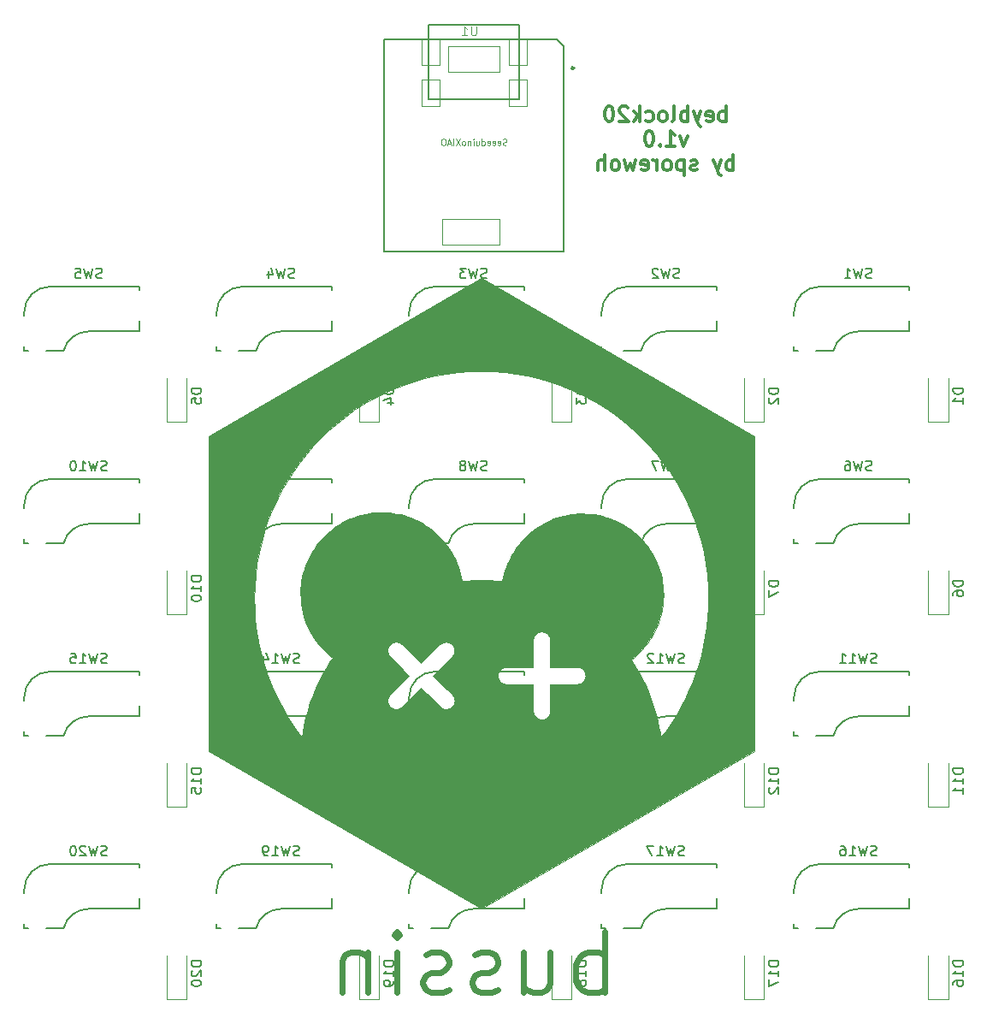
<source format=gbr>
%TF.GenerationSoftware,KiCad,Pcbnew,(6.0.4-0)*%
%TF.CreationDate,2022-07-25T20:49:22-05:00*%
%TF.ProjectId,beyblock20,62657962-6c6f-4636-9b32-302e6b696361,rev?*%
%TF.SameCoordinates,Original*%
%TF.FileFunction,Legend,Bot*%
%TF.FilePolarity,Positive*%
%FSLAX46Y46*%
G04 Gerber Fmt 4.6, Leading zero omitted, Abs format (unit mm)*
G04 Created by KiCad (PCBNEW (6.0.4-0)) date 2022-07-25 20:49:22*
%MOMM*%
%LPD*%
G01*
G04 APERTURE LIST*
%ADD10C,0.050000*%
%ADD11C,0.600000*%
%ADD12C,0.300000*%
%ADD13C,0.150000*%
%ADD14C,0.101600*%
%ADD15C,0.076200*%
%ADD16C,0.120000*%
%ADD17C,0.066040*%
%ADD18C,0.127000*%
%ADD19C,0.254000*%
G04 APERTURE END LIST*
D10*
G36*
X115887512Y-106314081D02*
G01*
X88877952Y-90720117D01*
X88877959Y-75610330D01*
X93415222Y-75610330D01*
X93435740Y-76578614D01*
X93496741Y-77536478D01*
X93597395Y-78483093D01*
X93736874Y-79417629D01*
X93914346Y-80339255D01*
X94128983Y-81247144D01*
X94379955Y-82140464D01*
X94666433Y-83018387D01*
X94987586Y-83880083D01*
X95342585Y-84724722D01*
X95730601Y-85551475D01*
X96150804Y-86359512D01*
X96602365Y-87148004D01*
X97084453Y-87916120D01*
X97596239Y-88663032D01*
X98136894Y-89387910D01*
X98215093Y-88847411D01*
X98309289Y-88312233D01*
X98419228Y-87782627D01*
X98544659Y-87258846D01*
X98685330Y-86741143D01*
X98840989Y-86229767D01*
X99007480Y-85736538D01*
X106600914Y-85736538D01*
X106602599Y-85776111D01*
X106606124Y-85815586D01*
X106611487Y-85854892D01*
X106618691Y-85893960D01*
X106627734Y-85932719D01*
X106638616Y-85971100D01*
X106651338Y-86009033D01*
X106665899Y-86046448D01*
X106682300Y-86083276D01*
X106700540Y-86119445D01*
X106720619Y-86154888D01*
X106742538Y-86189533D01*
X106766297Y-86223312D01*
X106791895Y-86256153D01*
X106819332Y-86287988D01*
X106848609Y-86318746D01*
X106879368Y-86348023D01*
X106911202Y-86375460D01*
X106944044Y-86401058D01*
X106977822Y-86424817D01*
X107012467Y-86446736D01*
X107047910Y-86466815D01*
X107084079Y-86485055D01*
X107120907Y-86501456D01*
X107158322Y-86516017D01*
X107196255Y-86528739D01*
X107234636Y-86539621D01*
X107273395Y-86548663D01*
X107312462Y-86555866D01*
X107351768Y-86561230D01*
X107391243Y-86564754D01*
X107430817Y-86566439D01*
X107470420Y-86566284D01*
X107509982Y-86564290D01*
X107549434Y-86560456D01*
X107588705Y-86554783D01*
X107627726Y-86547270D01*
X107666426Y-86537918D01*
X107704737Y-86526726D01*
X107742589Y-86513695D01*
X107779910Y-86498825D01*
X107816633Y-86482115D01*
X107852686Y-86463565D01*
X107888000Y-86443176D01*
X107922505Y-86420947D01*
X107956131Y-86396879D01*
X107988809Y-86370972D01*
X108020469Y-86343225D01*
X108020530Y-86343289D01*
X108020592Y-86343354D01*
X108020719Y-86343484D01*
X108020849Y-86343614D01*
X108020980Y-86343744D01*
X108045974Y-86318746D01*
X109921142Y-84443578D01*
X111821319Y-86343744D01*
X111821572Y-86343484D01*
X111821700Y-86343354D01*
X111821830Y-86343225D01*
X111853488Y-86370972D01*
X111886165Y-86396879D01*
X111919791Y-86420947D01*
X111954295Y-86443176D01*
X111989608Y-86463565D01*
X112025660Y-86482115D01*
X112062382Y-86498825D01*
X112099703Y-86513695D01*
X112137554Y-86526726D01*
X112175864Y-86537918D01*
X112214565Y-86547270D01*
X112253586Y-86554783D01*
X112292856Y-86560456D01*
X112332308Y-86564290D01*
X112371870Y-86566284D01*
X112411473Y-86566439D01*
X112451047Y-86564754D01*
X112490521Y-86561230D01*
X112529828Y-86555866D01*
X112568895Y-86548663D01*
X112607655Y-86539621D01*
X112646036Y-86528739D01*
X112683969Y-86516017D01*
X112721384Y-86501456D01*
X112758212Y-86485055D01*
X112794382Y-86466815D01*
X112829824Y-86446736D01*
X112864470Y-86424817D01*
X112898248Y-86401058D01*
X112931089Y-86375460D01*
X112962924Y-86348023D01*
X112993682Y-86318746D01*
X113022960Y-86287988D01*
X113050398Y-86256153D01*
X113075996Y-86223312D01*
X113099756Y-86189533D01*
X113121675Y-86154888D01*
X113141755Y-86119445D01*
X113159995Y-86083276D01*
X113176396Y-86046448D01*
X113190958Y-86009033D01*
X113203679Y-85971100D01*
X113214562Y-85932719D01*
X113223605Y-85893960D01*
X113230808Y-85854892D01*
X113236172Y-85815586D01*
X113239696Y-85776111D01*
X113241381Y-85736538D01*
X113241226Y-85696935D01*
X113239232Y-85657373D01*
X113235399Y-85617922D01*
X113229726Y-85578651D01*
X113222213Y-85539630D01*
X113212861Y-85500930D01*
X113201670Y-85462619D01*
X113188639Y-85424768D01*
X113173769Y-85387447D01*
X113157059Y-85350725D01*
X113138510Y-85314673D01*
X113118121Y-85279360D01*
X113095893Y-85244855D01*
X113071826Y-85211230D01*
X113045919Y-85178552D01*
X113018173Y-85146894D01*
X113018676Y-85146375D01*
X111118514Y-83246209D01*
X111118521Y-83246202D01*
X117508636Y-83246202D01*
X117509683Y-83288654D01*
X117512793Y-83330566D01*
X117517915Y-83371889D01*
X117525000Y-83412574D01*
X117533998Y-83452572D01*
X117544862Y-83491832D01*
X117557540Y-83530306D01*
X117571984Y-83567944D01*
X117588144Y-83604697D01*
X117605971Y-83640515D01*
X117625416Y-83675350D01*
X117646428Y-83709151D01*
X117668960Y-83741870D01*
X117692961Y-83773456D01*
X117718381Y-83803861D01*
X117745173Y-83833036D01*
X117773286Y-83860930D01*
X117802670Y-83887495D01*
X117833277Y-83912680D01*
X117865057Y-83936438D01*
X117897961Y-83958717D01*
X117931939Y-83979470D01*
X117966942Y-83998646D01*
X118002921Y-84016196D01*
X118039826Y-84032072D01*
X118077608Y-84046222D01*
X118116217Y-84058599D01*
X118155604Y-84069152D01*
X118195720Y-84077833D01*
X118236515Y-84084592D01*
X118277940Y-84089379D01*
X118319946Y-84092145D01*
X118319946Y-84092870D01*
X121007194Y-84092870D01*
X121007194Y-86780111D01*
X121007919Y-86780111D01*
X121010685Y-86822117D01*
X121015472Y-86863543D01*
X121022231Y-86904338D01*
X121030912Y-86944455D01*
X121041465Y-86983842D01*
X121053842Y-87022452D01*
X121067993Y-87060234D01*
X121083868Y-87097139D01*
X121101418Y-87133118D01*
X121120595Y-87168121D01*
X121141347Y-87202099D01*
X121163627Y-87235003D01*
X121187384Y-87266783D01*
X121212570Y-87297389D01*
X121239134Y-87326774D01*
X121267028Y-87354886D01*
X121296202Y-87381678D01*
X121326607Y-87407098D01*
X121358193Y-87431099D01*
X121390912Y-87453630D01*
X121424713Y-87474642D01*
X121459547Y-87494087D01*
X121495364Y-87511914D01*
X121532117Y-87528074D01*
X121569754Y-87542517D01*
X121608227Y-87555195D01*
X121647487Y-87566058D01*
X121687483Y-87575057D01*
X121728167Y-87582142D01*
X121769489Y-87587264D01*
X121811400Y-87590373D01*
X121853851Y-87591420D01*
X121896303Y-87590373D01*
X121938215Y-87587264D01*
X121979538Y-87582142D01*
X122020223Y-87575057D01*
X122060221Y-87566058D01*
X122099481Y-87555195D01*
X122137955Y-87542517D01*
X122175594Y-87528074D01*
X122212347Y-87511914D01*
X122248165Y-87494087D01*
X122283000Y-87474642D01*
X122316801Y-87453630D01*
X122349520Y-87431099D01*
X122381107Y-87407098D01*
X122411512Y-87381678D01*
X122440687Y-87354886D01*
X122468581Y-87326774D01*
X122495146Y-87297389D01*
X122520332Y-87266783D01*
X122544089Y-87235003D01*
X122566369Y-87202099D01*
X122587122Y-87168121D01*
X122606298Y-87133118D01*
X122623849Y-87097139D01*
X122639724Y-87060234D01*
X122653875Y-87022452D01*
X122666251Y-86983842D01*
X122676805Y-86944455D01*
X122685486Y-86904338D01*
X122692244Y-86863543D01*
X122697032Y-86822117D01*
X122699798Y-86780111D01*
X122700515Y-86780111D01*
X122700515Y-84092870D01*
X125387763Y-84092870D01*
X125387763Y-84092145D01*
X125429769Y-84089379D01*
X125471194Y-84084592D01*
X125511989Y-84077833D01*
X125552105Y-84069152D01*
X125591492Y-84058599D01*
X125630102Y-84046222D01*
X125667883Y-84032072D01*
X125704788Y-84016196D01*
X125740767Y-83998646D01*
X125775770Y-83979470D01*
X125809748Y-83958717D01*
X125842652Y-83936438D01*
X125874432Y-83912680D01*
X125905039Y-83887495D01*
X125934424Y-83860930D01*
X125962536Y-83833036D01*
X125989328Y-83803861D01*
X126014749Y-83773456D01*
X126038749Y-83741870D01*
X126061281Y-83709151D01*
X126082294Y-83675350D01*
X126101738Y-83640515D01*
X126119565Y-83604697D01*
X126135725Y-83567944D01*
X126150169Y-83530306D01*
X126162847Y-83491832D01*
X126173711Y-83452572D01*
X126182710Y-83412574D01*
X126189795Y-83371889D01*
X126194916Y-83330566D01*
X126198026Y-83288654D01*
X126199073Y-83246202D01*
X126198026Y-83203751D01*
X126194917Y-83161839D01*
X126189795Y-83120516D01*
X126182710Y-83079832D01*
X126173711Y-83039835D01*
X126162848Y-83000575D01*
X126150170Y-82962102D01*
X126135726Y-82924464D01*
X126119566Y-82887711D01*
X126101740Y-82851893D01*
X126082295Y-82817059D01*
X126061283Y-82783258D01*
X126038752Y-82750540D01*
X126014751Y-82718954D01*
X125989330Y-82688549D01*
X125962539Y-82659375D01*
X125934427Y-82631481D01*
X125905042Y-82604916D01*
X125874435Y-82579731D01*
X125842655Y-82555973D01*
X125809752Y-82533694D01*
X125775773Y-82512941D01*
X125740770Y-82493765D01*
X125704791Y-82476215D01*
X125667886Y-82460340D01*
X125630105Y-82446189D01*
X125591495Y-82433812D01*
X125552108Y-82423259D01*
X125511991Y-82414578D01*
X125471195Y-82407820D01*
X125429770Y-82403032D01*
X125387763Y-82400266D01*
X125387763Y-82399541D01*
X122700515Y-82399541D01*
X122700515Y-79712293D01*
X122699798Y-79712293D01*
X122697032Y-79670287D01*
X122692244Y-79628862D01*
X122685486Y-79588067D01*
X122676805Y-79547951D01*
X122666251Y-79508564D01*
X122653875Y-79469954D01*
X122639724Y-79432173D01*
X122623849Y-79395268D01*
X122606298Y-79359289D01*
X122587122Y-79324285D01*
X122566369Y-79290307D01*
X122544089Y-79257403D01*
X122520332Y-79225623D01*
X122495146Y-79195016D01*
X122468581Y-79165631D01*
X122440687Y-79137518D01*
X122411512Y-79110727D01*
X122381107Y-79085306D01*
X122349520Y-79061305D01*
X122316801Y-79038773D01*
X122283000Y-79017760D01*
X122248165Y-78998315D01*
X122212347Y-78980488D01*
X122175594Y-78964328D01*
X122137955Y-78949884D01*
X122099481Y-78937205D01*
X122060221Y-78926342D01*
X122020223Y-78917343D01*
X121979538Y-78910258D01*
X121938215Y-78905136D01*
X121896303Y-78902027D01*
X121853851Y-78900979D01*
X121811400Y-78902027D01*
X121769489Y-78905136D01*
X121728167Y-78910258D01*
X121687483Y-78917343D01*
X121647486Y-78926342D01*
X121608227Y-78937205D01*
X121569753Y-78949884D01*
X121532116Y-78964328D01*
X121495363Y-78980488D01*
X121459545Y-78998315D01*
X121424710Y-79017760D01*
X121390909Y-79038773D01*
X121358191Y-79061305D01*
X121326604Y-79085306D01*
X121296199Y-79110727D01*
X121267024Y-79137518D01*
X121239130Y-79165631D01*
X121212565Y-79195016D01*
X121187379Y-79225623D01*
X121163622Y-79257403D01*
X121141342Y-79290307D01*
X121120589Y-79324285D01*
X121101412Y-79359289D01*
X121083862Y-79395268D01*
X121067986Y-79432173D01*
X121053835Y-79469954D01*
X121041458Y-79508564D01*
X121030904Y-79547951D01*
X121022224Y-79588067D01*
X121015465Y-79628862D01*
X121010678Y-79670287D01*
X121007911Y-79712293D01*
X121007194Y-79712293D01*
X121007194Y-82399549D01*
X118354255Y-82399549D01*
X118319946Y-82399541D01*
X118319946Y-82400258D01*
X118277940Y-82403025D01*
X118236515Y-82407812D01*
X118195720Y-82414571D01*
X118155604Y-82423251D01*
X118116217Y-82433805D01*
X118077608Y-82446181D01*
X118039826Y-82460332D01*
X118002921Y-82476207D01*
X117966942Y-82493758D01*
X117931939Y-82512934D01*
X117897961Y-82533686D01*
X117865057Y-82555966D01*
X117833277Y-82579723D01*
X117802670Y-82604909D01*
X117773286Y-82631474D01*
X117745173Y-82659368D01*
X117718381Y-82688542D01*
X117692961Y-82718947D01*
X117668960Y-82750534D01*
X117646428Y-82783252D01*
X117625416Y-82817054D01*
X117605971Y-82851888D01*
X117588144Y-82887707D01*
X117571984Y-82924460D01*
X117557540Y-82962098D01*
X117544862Y-83000572D01*
X117533998Y-83039832D01*
X117525000Y-83079829D01*
X117517915Y-83120515D01*
X117512793Y-83161838D01*
X117509683Y-83203750D01*
X117508636Y-83246202D01*
X111118521Y-83246202D01*
X112993682Y-81371034D01*
X113018684Y-81346036D01*
X113018173Y-81345525D01*
X113045919Y-81313866D01*
X113071826Y-81281188D01*
X113095893Y-81247562D01*
X113118121Y-81213057D01*
X113138510Y-81177743D01*
X113157059Y-81141691D01*
X113173769Y-81104969D01*
X113188639Y-81067647D01*
X113201670Y-81029796D01*
X113212861Y-80991486D01*
X113222213Y-80952785D01*
X113229726Y-80913764D01*
X113235399Y-80874493D01*
X113239232Y-80835042D01*
X113241226Y-80795480D01*
X113241381Y-80755877D01*
X113239696Y-80716304D01*
X113236172Y-80676829D01*
X113230808Y-80637523D01*
X113223605Y-80598455D01*
X113214562Y-80559696D01*
X113203679Y-80521315D01*
X113190958Y-80483382D01*
X113176396Y-80445966D01*
X113159995Y-80409139D01*
X113141755Y-80372969D01*
X113121675Y-80337526D01*
X113099756Y-80302880D01*
X113075996Y-80269101D01*
X113050398Y-80236260D01*
X113022960Y-80204424D01*
X112993682Y-80173665D01*
X112962924Y-80144388D01*
X112931089Y-80116951D01*
X112898248Y-80091353D01*
X112864470Y-80067594D01*
X112829824Y-80045675D01*
X112794382Y-80025596D01*
X112758212Y-80007355D01*
X112721384Y-79990955D01*
X112683969Y-79976394D01*
X112646036Y-79963672D01*
X112607655Y-79952790D01*
X112568895Y-79943747D01*
X112529828Y-79936543D01*
X112490521Y-79931180D01*
X112451047Y-79927655D01*
X112411473Y-79925970D01*
X112371870Y-79926125D01*
X112332308Y-79928119D01*
X112292856Y-79931953D01*
X112253586Y-79937626D01*
X112214565Y-79945138D01*
X112175864Y-79954490D01*
X112137554Y-79965682D01*
X112099703Y-79978713D01*
X112062382Y-79993583D01*
X112025660Y-80010293D01*
X111989608Y-80028843D01*
X111954295Y-80049232D01*
X111919791Y-80071460D01*
X111886165Y-80095528D01*
X111853488Y-80121436D01*
X111821830Y-80149183D01*
X111821319Y-80148668D01*
X111796310Y-80173665D01*
X109921142Y-82048841D01*
X108045967Y-80173673D01*
X108045603Y-80173303D01*
X108045420Y-80173118D01*
X108045234Y-80172933D01*
X108020988Y-80148668D01*
X108020920Y-80148731D01*
X108020853Y-80148795D01*
X108020723Y-80148925D01*
X108020469Y-80149183D01*
X107988809Y-80121436D01*
X107956132Y-80095529D01*
X107922505Y-80071462D01*
X107888000Y-80049234D01*
X107852686Y-80028845D01*
X107816633Y-80010296D01*
X107779911Y-79993586D01*
X107742590Y-79978716D01*
X107704739Y-79965685D01*
X107666428Y-79954494D01*
X107627727Y-79945142D01*
X107588707Y-79937629D01*
X107549436Y-79931956D01*
X107509984Y-79928123D01*
X107470423Y-79926129D01*
X107430820Y-79925974D01*
X107391246Y-79927659D01*
X107351772Y-79931183D01*
X107312466Y-79936547D01*
X107273398Y-79943751D01*
X107234639Y-79952794D01*
X107196258Y-79963676D01*
X107158325Y-79976398D01*
X107120910Y-79990959D01*
X107084082Y-80007360D01*
X107047912Y-80025600D01*
X107012470Y-80045680D01*
X106977824Y-80067600D01*
X106944045Y-80091359D01*
X106911204Y-80116957D01*
X106879368Y-80144395D01*
X106848609Y-80173673D01*
X106819332Y-80204431D01*
X106791895Y-80236266D01*
X106766297Y-80269107D01*
X106742538Y-80302886D01*
X106720619Y-80337531D01*
X106700540Y-80372973D01*
X106682300Y-80409143D01*
X106665899Y-80445971D01*
X106651338Y-80483386D01*
X106638616Y-80521319D01*
X106627734Y-80559700D01*
X106618691Y-80598459D01*
X106611487Y-80637526D01*
X106606124Y-80676833D01*
X106602599Y-80716307D01*
X106600914Y-80755881D01*
X106601069Y-80795484D01*
X106603063Y-80835046D01*
X106606897Y-80874497D01*
X106612570Y-80913768D01*
X106620082Y-80952789D01*
X106629434Y-80991489D01*
X106640626Y-81029800D01*
X106653657Y-81067651D01*
X106668527Y-81104972D01*
X106685237Y-81141693D01*
X106703787Y-81177746D01*
X106724176Y-81213059D01*
X106746404Y-81247564D01*
X106770472Y-81281189D01*
X106796380Y-81313866D01*
X106824127Y-81345525D01*
X106823996Y-81345653D01*
X106823738Y-81345911D01*
X106823608Y-81346044D01*
X106848609Y-81371042D01*
X108723785Y-83246209D01*
X106848609Y-85121377D01*
X106823608Y-85146375D01*
X106824127Y-85146894D01*
X106796380Y-85178552D01*
X106770472Y-85211230D01*
X106746404Y-85244855D01*
X106724176Y-85279360D01*
X106703787Y-85314673D01*
X106685237Y-85350725D01*
X106668527Y-85387447D01*
X106653657Y-85424768D01*
X106640626Y-85462619D01*
X106629434Y-85500930D01*
X106620082Y-85539630D01*
X106612570Y-85578651D01*
X106606897Y-85617922D01*
X106603063Y-85657373D01*
X106601069Y-85696935D01*
X106600914Y-85736538D01*
X99007480Y-85736538D01*
X99011384Y-85724973D01*
X99196264Y-85227011D01*
X99395375Y-84736134D01*
X99608468Y-84252593D01*
X99835288Y-83776640D01*
X100075586Y-83308528D01*
X100329108Y-82848508D01*
X100595603Y-82396832D01*
X100874819Y-81953753D01*
X101166503Y-81519521D01*
X100812790Y-81234834D01*
X100475910Y-80930973D01*
X100156689Y-80608762D01*
X99855954Y-80269029D01*
X99574531Y-79912600D01*
X99313245Y-79540299D01*
X99072923Y-79152954D01*
X98854391Y-78751391D01*
X98658476Y-78336435D01*
X98486002Y-77908912D01*
X98337796Y-77469649D01*
X98214684Y-77019472D01*
X98117493Y-76559206D01*
X98047047Y-76089678D01*
X98004174Y-75611713D01*
X97989700Y-75126138D01*
X98000146Y-74713448D01*
X98031150Y-74306153D01*
X98082204Y-73904758D01*
X98152804Y-73509769D01*
X98242444Y-73121690D01*
X98350619Y-72741028D01*
X98476823Y-72368287D01*
X98620551Y-72003974D01*
X98781299Y-71648593D01*
X98958559Y-71302650D01*
X99151827Y-70966650D01*
X99360598Y-70641099D01*
X99584366Y-70326502D01*
X99822626Y-70023364D01*
X100074872Y-69732191D01*
X100340599Y-69453489D01*
X100619302Y-69187762D01*
X100910475Y-68935515D01*
X101213613Y-68697256D01*
X101528210Y-68473488D01*
X101853761Y-68264717D01*
X102189760Y-68071449D01*
X102535703Y-67894188D01*
X102891084Y-67733441D01*
X103255397Y-67589713D01*
X103628137Y-67463508D01*
X104008799Y-67355333D01*
X104396877Y-67265694D01*
X104791866Y-67195094D01*
X105193260Y-67144040D01*
X105600555Y-67113037D01*
X106013244Y-67102590D01*
X106387474Y-67111177D01*
X106757312Y-67136685D01*
X107122381Y-67178741D01*
X107482306Y-67236966D01*
X107836711Y-67310985D01*
X108185219Y-67400421D01*
X108527454Y-67504899D01*
X108863041Y-67624043D01*
X109191602Y-67757475D01*
X109512761Y-67904821D01*
X109826143Y-68065703D01*
X110131371Y-68239745D01*
X110428070Y-68426573D01*
X110715862Y-68625808D01*
X110994372Y-68837075D01*
X111263223Y-69059998D01*
X111522040Y-69294201D01*
X111770446Y-69539307D01*
X112008065Y-69794941D01*
X112234521Y-70060726D01*
X112449437Y-70336285D01*
X112652438Y-70621244D01*
X112843147Y-70915225D01*
X113021189Y-71217852D01*
X113186186Y-71528750D01*
X113337763Y-71847542D01*
X113475544Y-72173851D01*
X113599152Y-72507302D01*
X113708212Y-72847519D01*
X113802346Y-73194125D01*
X113881179Y-73546744D01*
X113944335Y-73905000D01*
X114184164Y-73880699D01*
X114424910Y-73859570D01*
X114666555Y-73841634D01*
X114909075Y-73826911D01*
X115152451Y-73815423D01*
X115396660Y-73807191D01*
X115641683Y-73802237D01*
X115887496Y-73800580D01*
X115887504Y-73800580D01*
X116151111Y-73802485D01*
X116413806Y-73808182D01*
X116675561Y-73817645D01*
X116936351Y-73830848D01*
X117196150Y-73847764D01*
X117454931Y-73868368D01*
X117712669Y-73892633D01*
X117969337Y-73920533D01*
X118036457Y-73567160D01*
X118118861Y-73219426D01*
X118216183Y-72877697D01*
X118328058Y-72542338D01*
X118454120Y-72213716D01*
X118594003Y-71892197D01*
X118747341Y-71578146D01*
X118913768Y-71271929D01*
X119092918Y-70973913D01*
X119284426Y-70684463D01*
X119487925Y-70403944D01*
X119703050Y-70132723D01*
X119929434Y-69871166D01*
X120166712Y-69619639D01*
X120414519Y-69378507D01*
X120672487Y-69148136D01*
X120940251Y-68928893D01*
X121217446Y-68721143D01*
X121503705Y-68525251D01*
X121798663Y-68341585D01*
X122101953Y-68170509D01*
X122413210Y-68012390D01*
X122732068Y-67867593D01*
X123058161Y-67736485D01*
X123391123Y-67619431D01*
X123730589Y-67516797D01*
X124076192Y-67428949D01*
X124427566Y-67356253D01*
X124784346Y-67299075D01*
X125146165Y-67257780D01*
X125512659Y-67232735D01*
X125883460Y-67224305D01*
X126296150Y-67234752D01*
X126703445Y-67265755D01*
X127104840Y-67316809D01*
X127499829Y-67387409D01*
X127887907Y-67477049D01*
X128268569Y-67585224D01*
X128641310Y-67711428D01*
X129005623Y-67855157D01*
X129361004Y-68015904D01*
X129706947Y-68193164D01*
X130042947Y-68386432D01*
X130368498Y-68595203D01*
X130683095Y-68818971D01*
X130986233Y-69057231D01*
X131277406Y-69309477D01*
X131556108Y-69575204D01*
X131821836Y-69853907D01*
X132074082Y-70145080D01*
X132312342Y-70448217D01*
X132536110Y-70762815D01*
X132744881Y-71088366D01*
X132938149Y-71424365D01*
X133115410Y-71770309D01*
X133276157Y-72125689D01*
X133419885Y-72490003D01*
X133546090Y-72862743D01*
X133654265Y-73243406D01*
X133743905Y-73631484D01*
X133814505Y-74026474D01*
X133865559Y-74427869D01*
X133896562Y-74835164D01*
X133907009Y-75247854D01*
X133907008Y-75247854D01*
X133907007Y-75247853D01*
X133907006Y-75247853D01*
X133907006Y-75247852D01*
X133907005Y-75247852D01*
X133907005Y-75247850D01*
X133892405Y-75735514D01*
X133849164Y-76215499D01*
X133778118Y-76686966D01*
X133680104Y-77149080D01*
X133555959Y-77601003D01*
X133406520Y-78041899D01*
X133232623Y-78470931D01*
X133035106Y-78887262D01*
X132814805Y-79290055D01*
X132572557Y-79678473D01*
X132309199Y-80051680D01*
X132025568Y-80408838D01*
X131722501Y-80749112D01*
X131400833Y-81071663D01*
X131061403Y-81375656D01*
X130705047Y-81660253D01*
X130986947Y-82088394D01*
X131256807Y-82524951D01*
X131514391Y-82969689D01*
X131664089Y-83246202D01*
X131759462Y-83422369D01*
X131991784Y-83882756D01*
X132211119Y-84350613D01*
X132417230Y-84825702D01*
X132609881Y-85307787D01*
X132788836Y-85796631D01*
X132953856Y-86291998D01*
X133104706Y-86793650D01*
X133241148Y-87301350D01*
X133362946Y-87814863D01*
X133469863Y-88333950D01*
X133561662Y-88858376D01*
X133638107Y-89387903D01*
X134178761Y-88663025D01*
X134690546Y-87916113D01*
X135172634Y-87147997D01*
X135624193Y-86359506D01*
X136044395Y-85551469D01*
X136432411Y-84724717D01*
X136787410Y-83880078D01*
X137108562Y-83018383D01*
X137395039Y-82140461D01*
X137646011Y-81247141D01*
X137860648Y-80339254D01*
X138038120Y-79417627D01*
X138177598Y-78483092D01*
X138278252Y-77536478D01*
X138339253Y-76578614D01*
X138359771Y-75610330D01*
X138330512Y-74454472D01*
X138243679Y-73313724D01*
X138100687Y-72189501D01*
X137902952Y-71083218D01*
X137651889Y-69996292D01*
X137348914Y-68930137D01*
X136995442Y-67886169D01*
X136592888Y-66865804D01*
X136142669Y-65870456D01*
X135646200Y-64901542D01*
X135104895Y-63960477D01*
X134520172Y-63048677D01*
X133893444Y-62167557D01*
X133226129Y-61318531D01*
X132519640Y-60503017D01*
X131775394Y-59722430D01*
X130994806Y-58978184D01*
X130179292Y-58271695D01*
X129330267Y-57604380D01*
X128449146Y-56977653D01*
X127537345Y-56392929D01*
X126596281Y-55851625D01*
X125627367Y-55355156D01*
X124632019Y-54904937D01*
X123611654Y-54502384D01*
X122567687Y-54148912D01*
X121501532Y-53845937D01*
X120414606Y-53594874D01*
X119308324Y-53397139D01*
X118184101Y-53254147D01*
X117043353Y-53167314D01*
X115887496Y-53138055D01*
X114731639Y-53167314D01*
X113590892Y-53254147D01*
X112466669Y-53397139D01*
X111360387Y-53594874D01*
X110273461Y-53845937D01*
X109207306Y-54148912D01*
X108163339Y-54502384D01*
X107142973Y-54904937D01*
X106147626Y-55355156D01*
X105178712Y-55851625D01*
X104237647Y-56392929D01*
X103325847Y-56977653D01*
X102444726Y-57604380D01*
X101595701Y-58271695D01*
X100780187Y-58978184D01*
X99999599Y-59722430D01*
X99255353Y-60503017D01*
X98548864Y-61318531D01*
X97881548Y-62167557D01*
X97254821Y-63048677D01*
X96670097Y-63960477D01*
X96128793Y-64901542D01*
X95632324Y-65870456D01*
X95182105Y-66865804D01*
X94779551Y-67886169D01*
X94426079Y-68930137D01*
X94123104Y-69996292D01*
X93872041Y-71083218D01*
X93674306Y-72189501D01*
X93531314Y-73313724D01*
X93444481Y-74454472D01*
X93415222Y-75610330D01*
X88877959Y-75610330D01*
X88877967Y-59532167D01*
X115887489Y-43938213D01*
X142897048Y-59532178D01*
X142897043Y-75610330D01*
X142897037Y-90720125D01*
X115887512Y-106314081D01*
G37*
X115887512Y-106314081D02*
X88877952Y-90720117D01*
X88877959Y-75610330D01*
X93415222Y-75610330D01*
X93435740Y-76578614D01*
X93496741Y-77536478D01*
X93597395Y-78483093D01*
X93736874Y-79417629D01*
X93914346Y-80339255D01*
X94128983Y-81247144D01*
X94379955Y-82140464D01*
X94666433Y-83018387D01*
X94987586Y-83880083D01*
X95342585Y-84724722D01*
X95730601Y-85551475D01*
X96150804Y-86359512D01*
X96602365Y-87148004D01*
X97084453Y-87916120D01*
X97596239Y-88663032D01*
X98136894Y-89387910D01*
X98215093Y-88847411D01*
X98309289Y-88312233D01*
X98419228Y-87782627D01*
X98544659Y-87258846D01*
X98685330Y-86741143D01*
X98840989Y-86229767D01*
X99007480Y-85736538D01*
X106600914Y-85736538D01*
X106602599Y-85776111D01*
X106606124Y-85815586D01*
X106611487Y-85854892D01*
X106618691Y-85893960D01*
X106627734Y-85932719D01*
X106638616Y-85971100D01*
X106651338Y-86009033D01*
X106665899Y-86046448D01*
X106682300Y-86083276D01*
X106700540Y-86119445D01*
X106720619Y-86154888D01*
X106742538Y-86189533D01*
X106766297Y-86223312D01*
X106791895Y-86256153D01*
X106819332Y-86287988D01*
X106848609Y-86318746D01*
X106879368Y-86348023D01*
X106911202Y-86375460D01*
X106944044Y-86401058D01*
X106977822Y-86424817D01*
X107012467Y-86446736D01*
X107047910Y-86466815D01*
X107084079Y-86485055D01*
X107120907Y-86501456D01*
X107158322Y-86516017D01*
X107196255Y-86528739D01*
X107234636Y-86539621D01*
X107273395Y-86548663D01*
X107312462Y-86555866D01*
X107351768Y-86561230D01*
X107391243Y-86564754D01*
X107430817Y-86566439D01*
X107470420Y-86566284D01*
X107509982Y-86564290D01*
X107549434Y-86560456D01*
X107588705Y-86554783D01*
X107627726Y-86547270D01*
X107666426Y-86537918D01*
X107704737Y-86526726D01*
X107742589Y-86513695D01*
X107779910Y-86498825D01*
X107816633Y-86482115D01*
X107852686Y-86463565D01*
X107888000Y-86443176D01*
X107922505Y-86420947D01*
X107956131Y-86396879D01*
X107988809Y-86370972D01*
X108020469Y-86343225D01*
X108020530Y-86343289D01*
X108020592Y-86343354D01*
X108020719Y-86343484D01*
X108020849Y-86343614D01*
X108020980Y-86343744D01*
X108045974Y-86318746D01*
X109921142Y-84443578D01*
X111821319Y-86343744D01*
X111821572Y-86343484D01*
X111821700Y-86343354D01*
X111821830Y-86343225D01*
X111853488Y-86370972D01*
X111886165Y-86396879D01*
X111919791Y-86420947D01*
X111954295Y-86443176D01*
X111989608Y-86463565D01*
X112025660Y-86482115D01*
X112062382Y-86498825D01*
X112099703Y-86513695D01*
X112137554Y-86526726D01*
X112175864Y-86537918D01*
X112214565Y-86547270D01*
X112253586Y-86554783D01*
X112292856Y-86560456D01*
X112332308Y-86564290D01*
X112371870Y-86566284D01*
X112411473Y-86566439D01*
X112451047Y-86564754D01*
X112490521Y-86561230D01*
X112529828Y-86555866D01*
X112568895Y-86548663D01*
X112607655Y-86539621D01*
X112646036Y-86528739D01*
X112683969Y-86516017D01*
X112721384Y-86501456D01*
X112758212Y-86485055D01*
X112794382Y-86466815D01*
X112829824Y-86446736D01*
X112864470Y-86424817D01*
X112898248Y-86401058D01*
X112931089Y-86375460D01*
X112962924Y-86348023D01*
X112993682Y-86318746D01*
X113022960Y-86287988D01*
X113050398Y-86256153D01*
X113075996Y-86223312D01*
X113099756Y-86189533D01*
X113121675Y-86154888D01*
X113141755Y-86119445D01*
X113159995Y-86083276D01*
X113176396Y-86046448D01*
X113190958Y-86009033D01*
X113203679Y-85971100D01*
X113214562Y-85932719D01*
X113223605Y-85893960D01*
X113230808Y-85854892D01*
X113236172Y-85815586D01*
X113239696Y-85776111D01*
X113241381Y-85736538D01*
X113241226Y-85696935D01*
X113239232Y-85657373D01*
X113235399Y-85617922D01*
X113229726Y-85578651D01*
X113222213Y-85539630D01*
X113212861Y-85500930D01*
X113201670Y-85462619D01*
X113188639Y-85424768D01*
X113173769Y-85387447D01*
X113157059Y-85350725D01*
X113138510Y-85314673D01*
X113118121Y-85279360D01*
X113095893Y-85244855D01*
X113071826Y-85211230D01*
X113045919Y-85178552D01*
X113018173Y-85146894D01*
X113018676Y-85146375D01*
X111118514Y-83246209D01*
X111118521Y-83246202D01*
X117508636Y-83246202D01*
X117509683Y-83288654D01*
X117512793Y-83330566D01*
X117517915Y-83371889D01*
X117525000Y-83412574D01*
X117533998Y-83452572D01*
X117544862Y-83491832D01*
X117557540Y-83530306D01*
X117571984Y-83567944D01*
X117588144Y-83604697D01*
X117605971Y-83640515D01*
X117625416Y-83675350D01*
X117646428Y-83709151D01*
X117668960Y-83741870D01*
X117692961Y-83773456D01*
X117718381Y-83803861D01*
X117745173Y-83833036D01*
X117773286Y-83860930D01*
X117802670Y-83887495D01*
X117833277Y-83912680D01*
X117865057Y-83936438D01*
X117897961Y-83958717D01*
X117931939Y-83979470D01*
X117966942Y-83998646D01*
X118002921Y-84016196D01*
X118039826Y-84032072D01*
X118077608Y-84046222D01*
X118116217Y-84058599D01*
X118155604Y-84069152D01*
X118195720Y-84077833D01*
X118236515Y-84084592D01*
X118277940Y-84089379D01*
X118319946Y-84092145D01*
X118319946Y-84092870D01*
X121007194Y-84092870D01*
X121007194Y-86780111D01*
X121007919Y-86780111D01*
X121010685Y-86822117D01*
X121015472Y-86863543D01*
X121022231Y-86904338D01*
X121030912Y-86944455D01*
X121041465Y-86983842D01*
X121053842Y-87022452D01*
X121067993Y-87060234D01*
X121083868Y-87097139D01*
X121101418Y-87133118D01*
X121120595Y-87168121D01*
X121141347Y-87202099D01*
X121163627Y-87235003D01*
X121187384Y-87266783D01*
X121212570Y-87297389D01*
X121239134Y-87326774D01*
X121267028Y-87354886D01*
X121296202Y-87381678D01*
X121326607Y-87407098D01*
X121358193Y-87431099D01*
X121390912Y-87453630D01*
X121424713Y-87474642D01*
X121459547Y-87494087D01*
X121495364Y-87511914D01*
X121532117Y-87528074D01*
X121569754Y-87542517D01*
X121608227Y-87555195D01*
X121647487Y-87566058D01*
X121687483Y-87575057D01*
X121728167Y-87582142D01*
X121769489Y-87587264D01*
X121811400Y-87590373D01*
X121853851Y-87591420D01*
X121896303Y-87590373D01*
X121938215Y-87587264D01*
X121979538Y-87582142D01*
X122020223Y-87575057D01*
X122060221Y-87566058D01*
X122099481Y-87555195D01*
X122137955Y-87542517D01*
X122175594Y-87528074D01*
X122212347Y-87511914D01*
X122248165Y-87494087D01*
X122283000Y-87474642D01*
X122316801Y-87453630D01*
X122349520Y-87431099D01*
X122381107Y-87407098D01*
X122411512Y-87381678D01*
X122440687Y-87354886D01*
X122468581Y-87326774D01*
X122495146Y-87297389D01*
X122520332Y-87266783D01*
X122544089Y-87235003D01*
X122566369Y-87202099D01*
X122587122Y-87168121D01*
X122606298Y-87133118D01*
X122623849Y-87097139D01*
X122639724Y-87060234D01*
X122653875Y-87022452D01*
X122666251Y-86983842D01*
X122676805Y-86944455D01*
X122685486Y-86904338D01*
X122692244Y-86863543D01*
X122697032Y-86822117D01*
X122699798Y-86780111D01*
X122700515Y-86780111D01*
X122700515Y-84092870D01*
X125387763Y-84092870D01*
X125387763Y-84092145D01*
X125429769Y-84089379D01*
X125471194Y-84084592D01*
X125511989Y-84077833D01*
X125552105Y-84069152D01*
X125591492Y-84058599D01*
X125630102Y-84046222D01*
X125667883Y-84032072D01*
X125704788Y-84016196D01*
X125740767Y-83998646D01*
X125775770Y-83979470D01*
X125809748Y-83958717D01*
X125842652Y-83936438D01*
X125874432Y-83912680D01*
X125905039Y-83887495D01*
X125934424Y-83860930D01*
X125962536Y-83833036D01*
X125989328Y-83803861D01*
X126014749Y-83773456D01*
X126038749Y-83741870D01*
X126061281Y-83709151D01*
X126082294Y-83675350D01*
X126101738Y-83640515D01*
X126119565Y-83604697D01*
X126135725Y-83567944D01*
X126150169Y-83530306D01*
X126162847Y-83491832D01*
X126173711Y-83452572D01*
X126182710Y-83412574D01*
X126189795Y-83371889D01*
X126194916Y-83330566D01*
X126198026Y-83288654D01*
X126199073Y-83246202D01*
X126198026Y-83203751D01*
X126194917Y-83161839D01*
X126189795Y-83120516D01*
X126182710Y-83079832D01*
X126173711Y-83039835D01*
X126162848Y-83000575D01*
X126150170Y-82962102D01*
X126135726Y-82924464D01*
X126119566Y-82887711D01*
X126101740Y-82851893D01*
X126082295Y-82817059D01*
X126061283Y-82783258D01*
X126038752Y-82750540D01*
X126014751Y-82718954D01*
X125989330Y-82688549D01*
X125962539Y-82659375D01*
X125934427Y-82631481D01*
X125905042Y-82604916D01*
X125874435Y-82579731D01*
X125842655Y-82555973D01*
X125809752Y-82533694D01*
X125775773Y-82512941D01*
X125740770Y-82493765D01*
X125704791Y-82476215D01*
X125667886Y-82460340D01*
X125630105Y-82446189D01*
X125591495Y-82433812D01*
X125552108Y-82423259D01*
X125511991Y-82414578D01*
X125471195Y-82407820D01*
X125429770Y-82403032D01*
X125387763Y-82400266D01*
X125387763Y-82399541D01*
X122700515Y-82399541D01*
X122700515Y-79712293D01*
X122699798Y-79712293D01*
X122697032Y-79670287D01*
X122692244Y-79628862D01*
X122685486Y-79588067D01*
X122676805Y-79547951D01*
X122666251Y-79508564D01*
X122653875Y-79469954D01*
X122639724Y-79432173D01*
X122623849Y-79395268D01*
X122606298Y-79359289D01*
X122587122Y-79324285D01*
X122566369Y-79290307D01*
X122544089Y-79257403D01*
X122520332Y-79225623D01*
X122495146Y-79195016D01*
X122468581Y-79165631D01*
X122440687Y-79137518D01*
X122411512Y-79110727D01*
X122381107Y-79085306D01*
X122349520Y-79061305D01*
X122316801Y-79038773D01*
X122283000Y-79017760D01*
X122248165Y-78998315D01*
X122212347Y-78980488D01*
X122175594Y-78964328D01*
X122137955Y-78949884D01*
X122099481Y-78937205D01*
X122060221Y-78926342D01*
X122020223Y-78917343D01*
X121979538Y-78910258D01*
X121938215Y-78905136D01*
X121896303Y-78902027D01*
X121853851Y-78900979D01*
X121811400Y-78902027D01*
X121769489Y-78905136D01*
X121728167Y-78910258D01*
X121687483Y-78917343D01*
X121647486Y-78926342D01*
X121608227Y-78937205D01*
X121569753Y-78949884D01*
X121532116Y-78964328D01*
X121495363Y-78980488D01*
X121459545Y-78998315D01*
X121424710Y-79017760D01*
X121390909Y-79038773D01*
X121358191Y-79061305D01*
X121326604Y-79085306D01*
X121296199Y-79110727D01*
X121267024Y-79137518D01*
X121239130Y-79165631D01*
X121212565Y-79195016D01*
X121187379Y-79225623D01*
X121163622Y-79257403D01*
X121141342Y-79290307D01*
X121120589Y-79324285D01*
X121101412Y-79359289D01*
X121083862Y-79395268D01*
X121067986Y-79432173D01*
X121053835Y-79469954D01*
X121041458Y-79508564D01*
X121030904Y-79547951D01*
X121022224Y-79588067D01*
X121015465Y-79628862D01*
X121010678Y-79670287D01*
X121007911Y-79712293D01*
X121007194Y-79712293D01*
X121007194Y-82399549D01*
X118354255Y-82399549D01*
X118319946Y-82399541D01*
X118319946Y-82400258D01*
X118277940Y-82403025D01*
X118236515Y-82407812D01*
X118195720Y-82414571D01*
X118155604Y-82423251D01*
X118116217Y-82433805D01*
X118077608Y-82446181D01*
X118039826Y-82460332D01*
X118002921Y-82476207D01*
X117966942Y-82493758D01*
X117931939Y-82512934D01*
X117897961Y-82533686D01*
X117865057Y-82555966D01*
X117833277Y-82579723D01*
X117802670Y-82604909D01*
X117773286Y-82631474D01*
X117745173Y-82659368D01*
X117718381Y-82688542D01*
X117692961Y-82718947D01*
X117668960Y-82750534D01*
X117646428Y-82783252D01*
X117625416Y-82817054D01*
X117605971Y-82851888D01*
X117588144Y-82887707D01*
X117571984Y-82924460D01*
X117557540Y-82962098D01*
X117544862Y-83000572D01*
X117533998Y-83039832D01*
X117525000Y-83079829D01*
X117517915Y-83120515D01*
X117512793Y-83161838D01*
X117509683Y-83203750D01*
X117508636Y-83246202D01*
X111118521Y-83246202D01*
X112993682Y-81371034D01*
X113018684Y-81346036D01*
X113018173Y-81345525D01*
X113045919Y-81313866D01*
X113071826Y-81281188D01*
X113095893Y-81247562D01*
X113118121Y-81213057D01*
X113138510Y-81177743D01*
X113157059Y-81141691D01*
X113173769Y-81104969D01*
X113188639Y-81067647D01*
X113201670Y-81029796D01*
X113212861Y-80991486D01*
X113222213Y-80952785D01*
X113229726Y-80913764D01*
X113235399Y-80874493D01*
X113239232Y-80835042D01*
X113241226Y-80795480D01*
X113241381Y-80755877D01*
X113239696Y-80716304D01*
X113236172Y-80676829D01*
X113230808Y-80637523D01*
X113223605Y-80598455D01*
X113214562Y-80559696D01*
X113203679Y-80521315D01*
X113190958Y-80483382D01*
X113176396Y-80445966D01*
X113159995Y-80409139D01*
X113141755Y-80372969D01*
X113121675Y-80337526D01*
X113099756Y-80302880D01*
X113075996Y-80269101D01*
X113050398Y-80236260D01*
X113022960Y-80204424D01*
X112993682Y-80173665D01*
X112962924Y-80144388D01*
X112931089Y-80116951D01*
X112898248Y-80091353D01*
X112864470Y-80067594D01*
X112829824Y-80045675D01*
X112794382Y-80025596D01*
X112758212Y-80007355D01*
X112721384Y-79990955D01*
X112683969Y-79976394D01*
X112646036Y-79963672D01*
X112607655Y-79952790D01*
X112568895Y-79943747D01*
X112529828Y-79936543D01*
X112490521Y-79931180D01*
X112451047Y-79927655D01*
X112411473Y-79925970D01*
X112371870Y-79926125D01*
X112332308Y-79928119D01*
X112292856Y-79931953D01*
X112253586Y-79937626D01*
X112214565Y-79945138D01*
X112175864Y-79954490D01*
X112137554Y-79965682D01*
X112099703Y-79978713D01*
X112062382Y-79993583D01*
X112025660Y-80010293D01*
X111989608Y-80028843D01*
X111954295Y-80049232D01*
X111919791Y-80071460D01*
X111886165Y-80095528D01*
X111853488Y-80121436D01*
X111821830Y-80149183D01*
X111821319Y-80148668D01*
X111796310Y-80173665D01*
X109921142Y-82048841D01*
X108045967Y-80173673D01*
X108045603Y-80173303D01*
X108045420Y-80173118D01*
X108045234Y-80172933D01*
X108020988Y-80148668D01*
X108020920Y-80148731D01*
X108020853Y-80148795D01*
X108020723Y-80148925D01*
X108020469Y-80149183D01*
X107988809Y-80121436D01*
X107956132Y-80095529D01*
X107922505Y-80071462D01*
X107888000Y-80049234D01*
X107852686Y-80028845D01*
X107816633Y-80010296D01*
X107779911Y-79993586D01*
X107742590Y-79978716D01*
X107704739Y-79965685D01*
X107666428Y-79954494D01*
X107627727Y-79945142D01*
X107588707Y-79937629D01*
X107549436Y-79931956D01*
X107509984Y-79928123D01*
X107470423Y-79926129D01*
X107430820Y-79925974D01*
X107391246Y-79927659D01*
X107351772Y-79931183D01*
X107312466Y-79936547D01*
X107273398Y-79943751D01*
X107234639Y-79952794D01*
X107196258Y-79963676D01*
X107158325Y-79976398D01*
X107120910Y-79990959D01*
X107084082Y-80007360D01*
X107047912Y-80025600D01*
X107012470Y-80045680D01*
X106977824Y-80067600D01*
X106944045Y-80091359D01*
X106911204Y-80116957D01*
X106879368Y-80144395D01*
X106848609Y-80173673D01*
X106819332Y-80204431D01*
X106791895Y-80236266D01*
X106766297Y-80269107D01*
X106742538Y-80302886D01*
X106720619Y-80337531D01*
X106700540Y-80372973D01*
X106682300Y-80409143D01*
X106665899Y-80445971D01*
X106651338Y-80483386D01*
X106638616Y-80521319D01*
X106627734Y-80559700D01*
X106618691Y-80598459D01*
X106611487Y-80637526D01*
X106606124Y-80676833D01*
X106602599Y-80716307D01*
X106600914Y-80755881D01*
X106601069Y-80795484D01*
X106603063Y-80835046D01*
X106606897Y-80874497D01*
X106612570Y-80913768D01*
X106620082Y-80952789D01*
X106629434Y-80991489D01*
X106640626Y-81029800D01*
X106653657Y-81067651D01*
X106668527Y-81104972D01*
X106685237Y-81141693D01*
X106703787Y-81177746D01*
X106724176Y-81213059D01*
X106746404Y-81247564D01*
X106770472Y-81281189D01*
X106796380Y-81313866D01*
X106824127Y-81345525D01*
X106823996Y-81345653D01*
X106823738Y-81345911D01*
X106823608Y-81346044D01*
X106848609Y-81371042D01*
X108723785Y-83246209D01*
X106848609Y-85121377D01*
X106823608Y-85146375D01*
X106824127Y-85146894D01*
X106796380Y-85178552D01*
X106770472Y-85211230D01*
X106746404Y-85244855D01*
X106724176Y-85279360D01*
X106703787Y-85314673D01*
X106685237Y-85350725D01*
X106668527Y-85387447D01*
X106653657Y-85424768D01*
X106640626Y-85462619D01*
X106629434Y-85500930D01*
X106620082Y-85539630D01*
X106612570Y-85578651D01*
X106606897Y-85617922D01*
X106603063Y-85657373D01*
X106601069Y-85696935D01*
X106600914Y-85736538D01*
X99007480Y-85736538D01*
X99011384Y-85724973D01*
X99196264Y-85227011D01*
X99395375Y-84736134D01*
X99608468Y-84252593D01*
X99835288Y-83776640D01*
X100075586Y-83308528D01*
X100329108Y-82848508D01*
X100595603Y-82396832D01*
X100874819Y-81953753D01*
X101166503Y-81519521D01*
X100812790Y-81234834D01*
X100475910Y-80930973D01*
X100156689Y-80608762D01*
X99855954Y-80269029D01*
X99574531Y-79912600D01*
X99313245Y-79540299D01*
X99072923Y-79152954D01*
X98854391Y-78751391D01*
X98658476Y-78336435D01*
X98486002Y-77908912D01*
X98337796Y-77469649D01*
X98214684Y-77019472D01*
X98117493Y-76559206D01*
X98047047Y-76089678D01*
X98004174Y-75611713D01*
X97989700Y-75126138D01*
X98000146Y-74713448D01*
X98031150Y-74306153D01*
X98082204Y-73904758D01*
X98152804Y-73509769D01*
X98242444Y-73121690D01*
X98350619Y-72741028D01*
X98476823Y-72368287D01*
X98620551Y-72003974D01*
X98781299Y-71648593D01*
X98958559Y-71302650D01*
X99151827Y-70966650D01*
X99360598Y-70641099D01*
X99584366Y-70326502D01*
X99822626Y-70023364D01*
X100074872Y-69732191D01*
X100340599Y-69453489D01*
X100619302Y-69187762D01*
X100910475Y-68935515D01*
X101213613Y-68697256D01*
X101528210Y-68473488D01*
X101853761Y-68264717D01*
X102189760Y-68071449D01*
X102535703Y-67894188D01*
X102891084Y-67733441D01*
X103255397Y-67589713D01*
X103628137Y-67463508D01*
X104008799Y-67355333D01*
X104396877Y-67265694D01*
X104791866Y-67195094D01*
X105193260Y-67144040D01*
X105600555Y-67113037D01*
X106013244Y-67102590D01*
X106387474Y-67111177D01*
X106757312Y-67136685D01*
X107122381Y-67178741D01*
X107482306Y-67236966D01*
X107836711Y-67310985D01*
X108185219Y-67400421D01*
X108527454Y-67504899D01*
X108863041Y-67624043D01*
X109191602Y-67757475D01*
X109512761Y-67904821D01*
X109826143Y-68065703D01*
X110131371Y-68239745D01*
X110428070Y-68426573D01*
X110715862Y-68625808D01*
X110994372Y-68837075D01*
X111263223Y-69059998D01*
X111522040Y-69294201D01*
X111770446Y-69539307D01*
X112008065Y-69794941D01*
X112234521Y-70060726D01*
X112449437Y-70336285D01*
X112652438Y-70621244D01*
X112843147Y-70915225D01*
X113021189Y-71217852D01*
X113186186Y-71528750D01*
X113337763Y-71847542D01*
X113475544Y-72173851D01*
X113599152Y-72507302D01*
X113708212Y-72847519D01*
X113802346Y-73194125D01*
X113881179Y-73546744D01*
X113944335Y-73905000D01*
X114184164Y-73880699D01*
X114424910Y-73859570D01*
X114666555Y-73841634D01*
X114909075Y-73826911D01*
X115152451Y-73815423D01*
X115396660Y-73807191D01*
X115641683Y-73802237D01*
X115887496Y-73800580D01*
X115887504Y-73800580D01*
X116151111Y-73802485D01*
X116413806Y-73808182D01*
X116675561Y-73817645D01*
X116936351Y-73830848D01*
X117196150Y-73847764D01*
X117454931Y-73868368D01*
X117712669Y-73892633D01*
X117969337Y-73920533D01*
X118036457Y-73567160D01*
X118118861Y-73219426D01*
X118216183Y-72877697D01*
X118328058Y-72542338D01*
X118454120Y-72213716D01*
X118594003Y-71892197D01*
X118747341Y-71578146D01*
X118913768Y-71271929D01*
X119092918Y-70973913D01*
X119284426Y-70684463D01*
X119487925Y-70403944D01*
X119703050Y-70132723D01*
X119929434Y-69871166D01*
X120166712Y-69619639D01*
X120414519Y-69378507D01*
X120672487Y-69148136D01*
X120940251Y-68928893D01*
X121217446Y-68721143D01*
X121503705Y-68525251D01*
X121798663Y-68341585D01*
X122101953Y-68170509D01*
X122413210Y-68012390D01*
X122732068Y-67867593D01*
X123058161Y-67736485D01*
X123391123Y-67619431D01*
X123730589Y-67516797D01*
X124076192Y-67428949D01*
X124427566Y-67356253D01*
X124784346Y-67299075D01*
X125146165Y-67257780D01*
X125512659Y-67232735D01*
X125883460Y-67224305D01*
X126296150Y-67234752D01*
X126703445Y-67265755D01*
X127104840Y-67316809D01*
X127499829Y-67387409D01*
X127887907Y-67477049D01*
X128268569Y-67585224D01*
X128641310Y-67711428D01*
X129005623Y-67855157D01*
X129361004Y-68015904D01*
X129706947Y-68193164D01*
X130042947Y-68386432D01*
X130368498Y-68595203D01*
X130683095Y-68818971D01*
X130986233Y-69057231D01*
X131277406Y-69309477D01*
X131556108Y-69575204D01*
X131821836Y-69853907D01*
X132074082Y-70145080D01*
X132312342Y-70448217D01*
X132536110Y-70762815D01*
X132744881Y-71088366D01*
X132938149Y-71424365D01*
X133115410Y-71770309D01*
X133276157Y-72125689D01*
X133419885Y-72490003D01*
X133546090Y-72862743D01*
X133654265Y-73243406D01*
X133743905Y-73631484D01*
X133814505Y-74026474D01*
X133865559Y-74427869D01*
X133896562Y-74835164D01*
X133907009Y-75247854D01*
X133907008Y-75247854D01*
X133907007Y-75247853D01*
X133907006Y-75247853D01*
X133907006Y-75247852D01*
X133907005Y-75247852D01*
X133907005Y-75247850D01*
X133892405Y-75735514D01*
X133849164Y-76215499D01*
X133778118Y-76686966D01*
X133680104Y-77149080D01*
X133555959Y-77601003D01*
X133406520Y-78041899D01*
X133232623Y-78470931D01*
X133035106Y-78887262D01*
X132814805Y-79290055D01*
X132572557Y-79678473D01*
X132309199Y-80051680D01*
X132025568Y-80408838D01*
X131722501Y-80749112D01*
X131400833Y-81071663D01*
X131061403Y-81375656D01*
X130705047Y-81660253D01*
X130986947Y-82088394D01*
X131256807Y-82524951D01*
X131514391Y-82969689D01*
X131664089Y-83246202D01*
X131759462Y-83422369D01*
X131991784Y-83882756D01*
X132211119Y-84350613D01*
X132417230Y-84825702D01*
X132609881Y-85307787D01*
X132788836Y-85796631D01*
X132953856Y-86291998D01*
X133104706Y-86793650D01*
X133241148Y-87301350D01*
X133362946Y-87814863D01*
X133469863Y-88333950D01*
X133561662Y-88858376D01*
X133638107Y-89387903D01*
X134178761Y-88663025D01*
X134690546Y-87916113D01*
X135172634Y-87147997D01*
X135624193Y-86359506D01*
X136044395Y-85551469D01*
X136432411Y-84724717D01*
X136787410Y-83880078D01*
X137108562Y-83018383D01*
X137395039Y-82140461D01*
X137646011Y-81247141D01*
X137860648Y-80339254D01*
X138038120Y-79417627D01*
X138177598Y-78483092D01*
X138278252Y-77536478D01*
X138339253Y-76578614D01*
X138359771Y-75610330D01*
X138330512Y-74454472D01*
X138243679Y-73313724D01*
X138100687Y-72189501D01*
X137902952Y-71083218D01*
X137651889Y-69996292D01*
X137348914Y-68930137D01*
X136995442Y-67886169D01*
X136592888Y-66865804D01*
X136142669Y-65870456D01*
X135646200Y-64901542D01*
X135104895Y-63960477D01*
X134520172Y-63048677D01*
X133893444Y-62167557D01*
X133226129Y-61318531D01*
X132519640Y-60503017D01*
X131775394Y-59722430D01*
X130994806Y-58978184D01*
X130179292Y-58271695D01*
X129330267Y-57604380D01*
X128449146Y-56977653D01*
X127537345Y-56392929D01*
X126596281Y-55851625D01*
X125627367Y-55355156D01*
X124632019Y-54904937D01*
X123611654Y-54502384D01*
X122567687Y-54148912D01*
X121501532Y-53845937D01*
X120414606Y-53594874D01*
X119308324Y-53397139D01*
X118184101Y-53254147D01*
X117043353Y-53167314D01*
X115887496Y-53138055D01*
X114731639Y-53167314D01*
X113590892Y-53254147D01*
X112466669Y-53397139D01*
X111360387Y-53594874D01*
X110273461Y-53845937D01*
X109207306Y-54148912D01*
X108163339Y-54502384D01*
X107142973Y-54904937D01*
X106147626Y-55355156D01*
X105178712Y-55851625D01*
X104237647Y-56392929D01*
X103325847Y-56977653D01*
X102444726Y-57604380D01*
X101595701Y-58271695D01*
X100780187Y-58978184D01*
X99999599Y-59722430D01*
X99255353Y-60503017D01*
X98548864Y-61318531D01*
X97881548Y-62167557D01*
X97254821Y-63048677D01*
X96670097Y-63960477D01*
X96128793Y-64901542D01*
X95632324Y-65870456D01*
X95182105Y-66865804D01*
X94779551Y-67886169D01*
X94426079Y-68930137D01*
X94123104Y-69996292D01*
X93872041Y-71083218D01*
X93674306Y-72189501D01*
X93531314Y-73313724D01*
X93444481Y-74454472D01*
X93415222Y-75610330D01*
X88877959Y-75610330D01*
X88877967Y-59532167D01*
X115887489Y-43938213D01*
X142897048Y-59532178D01*
X142897043Y-75610330D01*
X142897037Y-90720125D01*
X115887512Y-106314081D01*
D11*
X128093749Y-114633035D02*
X128093749Y-108633035D01*
X128093749Y-110918750D02*
X127522321Y-110633035D01*
X126379464Y-110633035D01*
X125808035Y-110918750D01*
X125522321Y-111204464D01*
X125236607Y-111775892D01*
X125236607Y-113490178D01*
X125522321Y-114061607D01*
X125808035Y-114347321D01*
X126379464Y-114633035D01*
X127522321Y-114633035D01*
X128093749Y-114347321D01*
X120093749Y-110633035D02*
X120093749Y-114633035D01*
X122665178Y-110633035D02*
X122665178Y-113775892D01*
X122379464Y-114347321D01*
X121808035Y-114633035D01*
X120950892Y-114633035D01*
X120379464Y-114347321D01*
X120093749Y-114061607D01*
X117522321Y-114347321D02*
X116950892Y-114633035D01*
X115808035Y-114633035D01*
X115236607Y-114347321D01*
X114950892Y-113775892D01*
X114950892Y-113490178D01*
X115236607Y-112918750D01*
X115808035Y-112633035D01*
X116665178Y-112633035D01*
X117236607Y-112347321D01*
X117522321Y-111775892D01*
X117522321Y-111490178D01*
X117236607Y-110918750D01*
X116665178Y-110633035D01*
X115808035Y-110633035D01*
X115236607Y-110918750D01*
X112665178Y-114347321D02*
X112093749Y-114633035D01*
X110950892Y-114633035D01*
X110379464Y-114347321D01*
X110093749Y-113775892D01*
X110093749Y-113490178D01*
X110379464Y-112918750D01*
X110950892Y-112633035D01*
X111808035Y-112633035D01*
X112379464Y-112347321D01*
X112665178Y-111775892D01*
X112665178Y-111490178D01*
X112379464Y-110918750D01*
X111808035Y-110633035D01*
X110950892Y-110633035D01*
X110379464Y-110918750D01*
X107522321Y-114633035D02*
X107522321Y-110633035D01*
X107522321Y-108633035D02*
X107808035Y-108918750D01*
X107522321Y-109204464D01*
X107236607Y-108918750D01*
X107522321Y-108633035D01*
X107522321Y-109204464D01*
X104665178Y-110633035D02*
X104665178Y-114633035D01*
X104665178Y-111204464D02*
X104379464Y-110918750D01*
X103808035Y-110633035D01*
X102950892Y-110633035D01*
X102379464Y-110918750D01*
X102093749Y-111490178D01*
X102093749Y-114633035D01*
D12*
X140108035Y-28426071D02*
X140108035Y-26926071D01*
X140108035Y-27497500D02*
X139965178Y-27426071D01*
X139679464Y-27426071D01*
X139536607Y-27497500D01*
X139465178Y-27568928D01*
X139393750Y-27711785D01*
X139393750Y-28140357D01*
X139465178Y-28283214D01*
X139536607Y-28354642D01*
X139679464Y-28426071D01*
X139965178Y-28426071D01*
X140108035Y-28354642D01*
X138179464Y-28354642D02*
X138322321Y-28426071D01*
X138608035Y-28426071D01*
X138750892Y-28354642D01*
X138822321Y-28211785D01*
X138822321Y-27640357D01*
X138750892Y-27497500D01*
X138608035Y-27426071D01*
X138322321Y-27426071D01*
X138179464Y-27497500D01*
X138108035Y-27640357D01*
X138108035Y-27783214D01*
X138822321Y-27926071D01*
X137608035Y-27426071D02*
X137250892Y-28426071D01*
X136893750Y-27426071D02*
X137250892Y-28426071D01*
X137393750Y-28783214D01*
X137465178Y-28854642D01*
X137608035Y-28926071D01*
X136322321Y-28426071D02*
X136322321Y-26926071D01*
X136322321Y-27497500D02*
X136179464Y-27426071D01*
X135893750Y-27426071D01*
X135750892Y-27497500D01*
X135679464Y-27568928D01*
X135608035Y-27711785D01*
X135608035Y-28140357D01*
X135679464Y-28283214D01*
X135750892Y-28354642D01*
X135893750Y-28426071D01*
X136179464Y-28426071D01*
X136322321Y-28354642D01*
X134750892Y-28426071D02*
X134893750Y-28354642D01*
X134965178Y-28211785D01*
X134965178Y-26926071D01*
X133965178Y-28426071D02*
X134108035Y-28354642D01*
X134179464Y-28283214D01*
X134250892Y-28140357D01*
X134250892Y-27711785D01*
X134179464Y-27568928D01*
X134108035Y-27497500D01*
X133965178Y-27426071D01*
X133750892Y-27426071D01*
X133608035Y-27497500D01*
X133536607Y-27568928D01*
X133465178Y-27711785D01*
X133465178Y-28140357D01*
X133536607Y-28283214D01*
X133608035Y-28354642D01*
X133750892Y-28426071D01*
X133965178Y-28426071D01*
X132179464Y-28354642D02*
X132322321Y-28426071D01*
X132608035Y-28426071D01*
X132750892Y-28354642D01*
X132822321Y-28283214D01*
X132893750Y-28140357D01*
X132893750Y-27711785D01*
X132822321Y-27568928D01*
X132750892Y-27497500D01*
X132608035Y-27426071D01*
X132322321Y-27426071D01*
X132179464Y-27497500D01*
X131536607Y-28426071D02*
X131536607Y-26926071D01*
X131393750Y-27854642D02*
X130965178Y-28426071D01*
X130965178Y-27426071D02*
X131536607Y-27997500D01*
X130393750Y-27068928D02*
X130322321Y-26997500D01*
X130179464Y-26926071D01*
X129822321Y-26926071D01*
X129679464Y-26997500D01*
X129608035Y-27068928D01*
X129536607Y-27211785D01*
X129536607Y-27354642D01*
X129608035Y-27568928D01*
X130465178Y-28426071D01*
X129536607Y-28426071D01*
X128608035Y-26926071D02*
X128465178Y-26926071D01*
X128322321Y-26997500D01*
X128250892Y-27068928D01*
X128179464Y-27211785D01*
X128108035Y-27497500D01*
X128108035Y-27854642D01*
X128179464Y-28140357D01*
X128250892Y-28283214D01*
X128322321Y-28354642D01*
X128465178Y-28426071D01*
X128608035Y-28426071D01*
X128750892Y-28354642D01*
X128822321Y-28283214D01*
X128893750Y-28140357D01*
X128965178Y-27854642D01*
X128965178Y-27497500D01*
X128893750Y-27211785D01*
X128822321Y-27068928D01*
X128750892Y-26997500D01*
X128608035Y-26926071D01*
X136286607Y-29841071D02*
X135929464Y-30841071D01*
X135572321Y-29841071D01*
X134215178Y-30841071D02*
X135072321Y-30841071D01*
X134643750Y-30841071D02*
X134643750Y-29341071D01*
X134786607Y-29555357D01*
X134929464Y-29698214D01*
X135072321Y-29769642D01*
X133572321Y-30698214D02*
X133500892Y-30769642D01*
X133572321Y-30841071D01*
X133643750Y-30769642D01*
X133572321Y-30698214D01*
X133572321Y-30841071D01*
X132572321Y-29341071D02*
X132429464Y-29341071D01*
X132286607Y-29412500D01*
X132215178Y-29483928D01*
X132143750Y-29626785D01*
X132072321Y-29912500D01*
X132072321Y-30269642D01*
X132143750Y-30555357D01*
X132215178Y-30698214D01*
X132286607Y-30769642D01*
X132429464Y-30841071D01*
X132572321Y-30841071D01*
X132715178Y-30769642D01*
X132786607Y-30698214D01*
X132858035Y-30555357D01*
X132929464Y-30269642D01*
X132929464Y-29912500D01*
X132858035Y-29626785D01*
X132786607Y-29483928D01*
X132715178Y-29412500D01*
X132572321Y-29341071D01*
X140822321Y-33256071D02*
X140822321Y-31756071D01*
X140822321Y-32327500D02*
X140679464Y-32256071D01*
X140393750Y-32256071D01*
X140250892Y-32327500D01*
X140179464Y-32398928D01*
X140108035Y-32541785D01*
X140108035Y-32970357D01*
X140179464Y-33113214D01*
X140250892Y-33184642D01*
X140393750Y-33256071D01*
X140679464Y-33256071D01*
X140822321Y-33184642D01*
X139608035Y-32256071D02*
X139250892Y-33256071D01*
X138893750Y-32256071D02*
X139250892Y-33256071D01*
X139393750Y-33613214D01*
X139465178Y-33684642D01*
X139608035Y-33756071D01*
X137250892Y-33184642D02*
X137108035Y-33256071D01*
X136822321Y-33256071D01*
X136679464Y-33184642D01*
X136608035Y-33041785D01*
X136608035Y-32970357D01*
X136679464Y-32827500D01*
X136822321Y-32756071D01*
X137036607Y-32756071D01*
X137179464Y-32684642D01*
X137250892Y-32541785D01*
X137250892Y-32470357D01*
X137179464Y-32327500D01*
X137036607Y-32256071D01*
X136822321Y-32256071D01*
X136679464Y-32327500D01*
X135965178Y-32256071D02*
X135965178Y-33756071D01*
X135965178Y-32327500D02*
X135822321Y-32256071D01*
X135536607Y-32256071D01*
X135393750Y-32327500D01*
X135322321Y-32398928D01*
X135250892Y-32541785D01*
X135250892Y-32970357D01*
X135322321Y-33113214D01*
X135393750Y-33184642D01*
X135536607Y-33256071D01*
X135822321Y-33256071D01*
X135965178Y-33184642D01*
X134393750Y-33256071D02*
X134536607Y-33184642D01*
X134608035Y-33113214D01*
X134679464Y-32970357D01*
X134679464Y-32541785D01*
X134608035Y-32398928D01*
X134536607Y-32327500D01*
X134393750Y-32256071D01*
X134179464Y-32256071D01*
X134036607Y-32327500D01*
X133965178Y-32398928D01*
X133893750Y-32541785D01*
X133893750Y-32970357D01*
X133965178Y-33113214D01*
X134036607Y-33184642D01*
X134179464Y-33256071D01*
X134393750Y-33256071D01*
X133250892Y-33256071D02*
X133250892Y-32256071D01*
X133250892Y-32541785D02*
X133179464Y-32398928D01*
X133108035Y-32327500D01*
X132965178Y-32256071D01*
X132822321Y-32256071D01*
X131750892Y-33184642D02*
X131893750Y-33256071D01*
X132179464Y-33256071D01*
X132322321Y-33184642D01*
X132393750Y-33041785D01*
X132393750Y-32470357D01*
X132322321Y-32327500D01*
X132179464Y-32256071D01*
X131893750Y-32256071D01*
X131750892Y-32327500D01*
X131679464Y-32470357D01*
X131679464Y-32613214D01*
X132393750Y-32756071D01*
X131179464Y-32256071D02*
X130893750Y-33256071D01*
X130608035Y-32541785D01*
X130322321Y-33256071D01*
X130036607Y-32256071D01*
X129250892Y-33256071D02*
X129393750Y-33184642D01*
X129465178Y-33113214D01*
X129536607Y-32970357D01*
X129536607Y-32541785D01*
X129465178Y-32398928D01*
X129393750Y-32327500D01*
X129250892Y-32256071D01*
X129036607Y-32256071D01*
X128893750Y-32327500D01*
X128822321Y-32398928D01*
X128750892Y-32541785D01*
X128750892Y-32970357D01*
X128822321Y-33113214D01*
X128893750Y-33184642D01*
X129036607Y-33256071D01*
X129250892Y-33256071D01*
X128108035Y-33256071D02*
X128108035Y-31756071D01*
X127465178Y-33256071D02*
X127465178Y-32470357D01*
X127536607Y-32327500D01*
X127679464Y-32256071D01*
X127893750Y-32256071D01*
X128036607Y-32327500D01*
X128108035Y-32398928D01*
D13*
%TO.C,SW19*%
X97853273Y-101037261D02*
X97710416Y-101084880D01*
X97472321Y-101084880D01*
X97377083Y-101037261D01*
X97329464Y-100989642D01*
X97281845Y-100894404D01*
X97281845Y-100799166D01*
X97329464Y-100703928D01*
X97377083Y-100656309D01*
X97472321Y-100608690D01*
X97662797Y-100561071D01*
X97758035Y-100513452D01*
X97805654Y-100465833D01*
X97853273Y-100370595D01*
X97853273Y-100275357D01*
X97805654Y-100180119D01*
X97758035Y-100132500D01*
X97662797Y-100084880D01*
X97424702Y-100084880D01*
X97281845Y-100132500D01*
X96948511Y-100084880D02*
X96710416Y-101084880D01*
X96519940Y-100370595D01*
X96329464Y-101084880D01*
X96091369Y-100084880D01*
X95186607Y-101084880D02*
X95758035Y-101084880D01*
X95472321Y-101084880D02*
X95472321Y-100084880D01*
X95567559Y-100227738D01*
X95662797Y-100322976D01*
X95758035Y-100370595D01*
X94710416Y-101084880D02*
X94519940Y-101084880D01*
X94424702Y-101037261D01*
X94377083Y-100989642D01*
X94281845Y-100846785D01*
X94234226Y-100656309D01*
X94234226Y-100275357D01*
X94281845Y-100180119D01*
X94329464Y-100132500D01*
X94424702Y-100084880D01*
X94615178Y-100084880D01*
X94710416Y-100132500D01*
X94758035Y-100180119D01*
X94805654Y-100275357D01*
X94805654Y-100513452D01*
X94758035Y-100608690D01*
X94710416Y-100656309D01*
X94615178Y-100703928D01*
X94424702Y-100703928D01*
X94329464Y-100656309D01*
X94281845Y-100608690D01*
X94234226Y-100513452D01*
%TO.C,SW12*%
X135953273Y-81987261D02*
X135810416Y-82034880D01*
X135572321Y-82034880D01*
X135477083Y-81987261D01*
X135429464Y-81939642D01*
X135381845Y-81844404D01*
X135381845Y-81749166D01*
X135429464Y-81653928D01*
X135477083Y-81606309D01*
X135572321Y-81558690D01*
X135762797Y-81511071D01*
X135858035Y-81463452D01*
X135905654Y-81415833D01*
X135953273Y-81320595D01*
X135953273Y-81225357D01*
X135905654Y-81130119D01*
X135858035Y-81082500D01*
X135762797Y-81034880D01*
X135524702Y-81034880D01*
X135381845Y-81082500D01*
X135048511Y-81034880D02*
X134810416Y-82034880D01*
X134619940Y-81320595D01*
X134429464Y-82034880D01*
X134191369Y-81034880D01*
X133286607Y-82034880D02*
X133858035Y-82034880D01*
X133572321Y-82034880D02*
X133572321Y-81034880D01*
X133667559Y-81177738D01*
X133762797Y-81272976D01*
X133858035Y-81320595D01*
X132905654Y-81130119D02*
X132858035Y-81082500D01*
X132762797Y-81034880D01*
X132524702Y-81034880D01*
X132429464Y-81082500D01*
X132381845Y-81130119D01*
X132334226Y-81225357D01*
X132334226Y-81320595D01*
X132381845Y-81463452D01*
X132953273Y-82034880D01*
X132334226Y-82034880D01*
%TO.C,SW11*%
X155003273Y-81987261D02*
X154860416Y-82034880D01*
X154622321Y-82034880D01*
X154527083Y-81987261D01*
X154479464Y-81939642D01*
X154431845Y-81844404D01*
X154431845Y-81749166D01*
X154479464Y-81653928D01*
X154527083Y-81606309D01*
X154622321Y-81558690D01*
X154812797Y-81511071D01*
X154908035Y-81463452D01*
X154955654Y-81415833D01*
X155003273Y-81320595D01*
X155003273Y-81225357D01*
X154955654Y-81130119D01*
X154908035Y-81082500D01*
X154812797Y-81034880D01*
X154574702Y-81034880D01*
X154431845Y-81082500D01*
X154098511Y-81034880D02*
X153860416Y-82034880D01*
X153669940Y-81320595D01*
X153479464Y-82034880D01*
X153241369Y-81034880D01*
X152336607Y-82034880D02*
X152908035Y-82034880D01*
X152622321Y-82034880D02*
X152622321Y-81034880D01*
X152717559Y-81177738D01*
X152812797Y-81272976D01*
X152908035Y-81320595D01*
X151384226Y-82034880D02*
X151955654Y-82034880D01*
X151669940Y-82034880D02*
X151669940Y-81034880D01*
X151765178Y-81177738D01*
X151860416Y-81272976D01*
X151955654Y-81320595D01*
%TO.C,SW4*%
X97377083Y-43887261D02*
X97234226Y-43934880D01*
X96996130Y-43934880D01*
X96900892Y-43887261D01*
X96853273Y-43839642D01*
X96805654Y-43744404D01*
X96805654Y-43649166D01*
X96853273Y-43553928D01*
X96900892Y-43506309D01*
X96996130Y-43458690D01*
X97186607Y-43411071D01*
X97281845Y-43363452D01*
X97329464Y-43315833D01*
X97377083Y-43220595D01*
X97377083Y-43125357D01*
X97329464Y-43030119D01*
X97281845Y-42982500D01*
X97186607Y-42934880D01*
X96948511Y-42934880D01*
X96805654Y-42982500D01*
X96472321Y-42934880D02*
X96234226Y-43934880D01*
X96043750Y-43220595D01*
X95853273Y-43934880D01*
X95615178Y-42934880D01*
X94805654Y-43268214D02*
X94805654Y-43934880D01*
X95043750Y-42887261D02*
X95281845Y-43601547D01*
X94662797Y-43601547D01*
%TO.C,SW5*%
X78327083Y-43887261D02*
X78184226Y-43934880D01*
X77946130Y-43934880D01*
X77850892Y-43887261D01*
X77803273Y-43839642D01*
X77755654Y-43744404D01*
X77755654Y-43649166D01*
X77803273Y-43553928D01*
X77850892Y-43506309D01*
X77946130Y-43458690D01*
X78136607Y-43411071D01*
X78231845Y-43363452D01*
X78279464Y-43315833D01*
X78327083Y-43220595D01*
X78327083Y-43125357D01*
X78279464Y-43030119D01*
X78231845Y-42982500D01*
X78136607Y-42934880D01*
X77898511Y-42934880D01*
X77755654Y-42982500D01*
X77422321Y-42934880D02*
X77184226Y-43934880D01*
X76993750Y-43220595D01*
X76803273Y-43934880D01*
X76565178Y-42934880D01*
X75708035Y-42934880D02*
X76184226Y-42934880D01*
X76231845Y-43411071D01*
X76184226Y-43363452D01*
X76088988Y-43315833D01*
X75850892Y-43315833D01*
X75755654Y-43363452D01*
X75708035Y-43411071D01*
X75660416Y-43506309D01*
X75660416Y-43744404D01*
X75708035Y-43839642D01*
X75755654Y-43887261D01*
X75850892Y-43934880D01*
X76088988Y-43934880D01*
X76184226Y-43887261D01*
X76231845Y-43839642D01*
%TO.C,SW7*%
X135477083Y-62937261D02*
X135334226Y-62984880D01*
X135096130Y-62984880D01*
X135000892Y-62937261D01*
X134953273Y-62889642D01*
X134905654Y-62794404D01*
X134905654Y-62699166D01*
X134953273Y-62603928D01*
X135000892Y-62556309D01*
X135096130Y-62508690D01*
X135286607Y-62461071D01*
X135381845Y-62413452D01*
X135429464Y-62365833D01*
X135477083Y-62270595D01*
X135477083Y-62175357D01*
X135429464Y-62080119D01*
X135381845Y-62032500D01*
X135286607Y-61984880D01*
X135048511Y-61984880D01*
X134905654Y-62032500D01*
X134572321Y-61984880D02*
X134334226Y-62984880D01*
X134143750Y-62270595D01*
X133953273Y-62984880D01*
X133715178Y-61984880D01*
X133429464Y-61984880D02*
X132762797Y-61984880D01*
X133191369Y-62984880D01*
%TO.C,SW14*%
X97853273Y-81987261D02*
X97710416Y-82034880D01*
X97472321Y-82034880D01*
X97377083Y-81987261D01*
X97329464Y-81939642D01*
X97281845Y-81844404D01*
X97281845Y-81749166D01*
X97329464Y-81653928D01*
X97377083Y-81606309D01*
X97472321Y-81558690D01*
X97662797Y-81511071D01*
X97758035Y-81463452D01*
X97805654Y-81415833D01*
X97853273Y-81320595D01*
X97853273Y-81225357D01*
X97805654Y-81130119D01*
X97758035Y-81082500D01*
X97662797Y-81034880D01*
X97424702Y-81034880D01*
X97281845Y-81082500D01*
X96948511Y-81034880D02*
X96710416Y-82034880D01*
X96519940Y-81320595D01*
X96329464Y-82034880D01*
X96091369Y-81034880D01*
X95186607Y-82034880D02*
X95758035Y-82034880D01*
X95472321Y-82034880D02*
X95472321Y-81034880D01*
X95567559Y-81177738D01*
X95662797Y-81272976D01*
X95758035Y-81320595D01*
X94329464Y-81368214D02*
X94329464Y-82034880D01*
X94567559Y-80987261D02*
X94805654Y-81701547D01*
X94186607Y-81701547D01*
%TO.C,SW9*%
X97377083Y-62937261D02*
X97234226Y-62984880D01*
X96996130Y-62984880D01*
X96900892Y-62937261D01*
X96853273Y-62889642D01*
X96805654Y-62794404D01*
X96805654Y-62699166D01*
X96853273Y-62603928D01*
X96900892Y-62556309D01*
X96996130Y-62508690D01*
X97186607Y-62461071D01*
X97281845Y-62413452D01*
X97329464Y-62365833D01*
X97377083Y-62270595D01*
X97377083Y-62175357D01*
X97329464Y-62080119D01*
X97281845Y-62032500D01*
X97186607Y-61984880D01*
X96948511Y-61984880D01*
X96805654Y-62032500D01*
X96472321Y-61984880D02*
X96234226Y-62984880D01*
X96043750Y-62270595D01*
X95853273Y-62984880D01*
X95615178Y-61984880D01*
X95186607Y-62984880D02*
X94996130Y-62984880D01*
X94900892Y-62937261D01*
X94853273Y-62889642D01*
X94758035Y-62746785D01*
X94710416Y-62556309D01*
X94710416Y-62175357D01*
X94758035Y-62080119D01*
X94805654Y-62032500D01*
X94900892Y-61984880D01*
X95091369Y-61984880D01*
X95186607Y-62032500D01*
X95234226Y-62080119D01*
X95281845Y-62175357D01*
X95281845Y-62413452D01*
X95234226Y-62508690D01*
X95186607Y-62556309D01*
X95091369Y-62603928D01*
X94900892Y-62603928D01*
X94805654Y-62556309D01*
X94758035Y-62508690D01*
X94710416Y-62413452D01*
%TO.C,SW17*%
X135953273Y-101037261D02*
X135810416Y-101084880D01*
X135572321Y-101084880D01*
X135477083Y-101037261D01*
X135429464Y-100989642D01*
X135381845Y-100894404D01*
X135381845Y-100799166D01*
X135429464Y-100703928D01*
X135477083Y-100656309D01*
X135572321Y-100608690D01*
X135762797Y-100561071D01*
X135858035Y-100513452D01*
X135905654Y-100465833D01*
X135953273Y-100370595D01*
X135953273Y-100275357D01*
X135905654Y-100180119D01*
X135858035Y-100132500D01*
X135762797Y-100084880D01*
X135524702Y-100084880D01*
X135381845Y-100132500D01*
X135048511Y-100084880D02*
X134810416Y-101084880D01*
X134619940Y-100370595D01*
X134429464Y-101084880D01*
X134191369Y-100084880D01*
X133286607Y-101084880D02*
X133858035Y-101084880D01*
X133572321Y-101084880D02*
X133572321Y-100084880D01*
X133667559Y-100227738D01*
X133762797Y-100322976D01*
X133858035Y-100370595D01*
X132953273Y-100084880D02*
X132286607Y-100084880D01*
X132715178Y-101084880D01*
%TO.C,SW2*%
X135477083Y-43887261D02*
X135334226Y-43934880D01*
X135096130Y-43934880D01*
X135000892Y-43887261D01*
X134953273Y-43839642D01*
X134905654Y-43744404D01*
X134905654Y-43649166D01*
X134953273Y-43553928D01*
X135000892Y-43506309D01*
X135096130Y-43458690D01*
X135286607Y-43411071D01*
X135381845Y-43363452D01*
X135429464Y-43315833D01*
X135477083Y-43220595D01*
X135477083Y-43125357D01*
X135429464Y-43030119D01*
X135381845Y-42982500D01*
X135286607Y-42934880D01*
X135048511Y-42934880D01*
X134905654Y-42982500D01*
X134572321Y-42934880D02*
X134334226Y-43934880D01*
X134143750Y-43220595D01*
X133953273Y-43934880D01*
X133715178Y-42934880D01*
X133381845Y-43030119D02*
X133334226Y-42982500D01*
X133238988Y-42934880D01*
X133000892Y-42934880D01*
X132905654Y-42982500D01*
X132858035Y-43030119D01*
X132810416Y-43125357D01*
X132810416Y-43220595D01*
X132858035Y-43363452D01*
X133429464Y-43934880D01*
X132810416Y-43934880D01*
%TO.C,SW6*%
X154527083Y-62937261D02*
X154384226Y-62984880D01*
X154146130Y-62984880D01*
X154050892Y-62937261D01*
X154003273Y-62889642D01*
X153955654Y-62794404D01*
X153955654Y-62699166D01*
X154003273Y-62603928D01*
X154050892Y-62556309D01*
X154146130Y-62508690D01*
X154336607Y-62461071D01*
X154431845Y-62413452D01*
X154479464Y-62365833D01*
X154527083Y-62270595D01*
X154527083Y-62175357D01*
X154479464Y-62080119D01*
X154431845Y-62032500D01*
X154336607Y-61984880D01*
X154098511Y-61984880D01*
X153955654Y-62032500D01*
X153622321Y-61984880D02*
X153384226Y-62984880D01*
X153193750Y-62270595D01*
X153003273Y-62984880D01*
X152765178Y-61984880D01*
X151955654Y-61984880D02*
X152146130Y-61984880D01*
X152241369Y-62032500D01*
X152288988Y-62080119D01*
X152384226Y-62222976D01*
X152431845Y-62413452D01*
X152431845Y-62794404D01*
X152384226Y-62889642D01*
X152336607Y-62937261D01*
X152241369Y-62984880D01*
X152050892Y-62984880D01*
X151955654Y-62937261D01*
X151908035Y-62889642D01*
X151860416Y-62794404D01*
X151860416Y-62556309D01*
X151908035Y-62461071D01*
X151955654Y-62413452D01*
X152050892Y-62365833D01*
X152241369Y-62365833D01*
X152336607Y-62413452D01*
X152384226Y-62461071D01*
X152431845Y-62556309D01*
%TO.C,SW16*%
X155003273Y-101037261D02*
X154860416Y-101084880D01*
X154622321Y-101084880D01*
X154527083Y-101037261D01*
X154479464Y-100989642D01*
X154431845Y-100894404D01*
X154431845Y-100799166D01*
X154479464Y-100703928D01*
X154527083Y-100656309D01*
X154622321Y-100608690D01*
X154812797Y-100561071D01*
X154908035Y-100513452D01*
X154955654Y-100465833D01*
X155003273Y-100370595D01*
X155003273Y-100275357D01*
X154955654Y-100180119D01*
X154908035Y-100132500D01*
X154812797Y-100084880D01*
X154574702Y-100084880D01*
X154431845Y-100132500D01*
X154098511Y-100084880D02*
X153860416Y-101084880D01*
X153669940Y-100370595D01*
X153479464Y-101084880D01*
X153241369Y-100084880D01*
X152336607Y-101084880D02*
X152908035Y-101084880D01*
X152622321Y-101084880D02*
X152622321Y-100084880D01*
X152717559Y-100227738D01*
X152812797Y-100322976D01*
X152908035Y-100370595D01*
X151479464Y-100084880D02*
X151669940Y-100084880D01*
X151765178Y-100132500D01*
X151812797Y-100180119D01*
X151908035Y-100322976D01*
X151955654Y-100513452D01*
X151955654Y-100894404D01*
X151908035Y-100989642D01*
X151860416Y-101037261D01*
X151765178Y-101084880D01*
X151574702Y-101084880D01*
X151479464Y-101037261D01*
X151431845Y-100989642D01*
X151384226Y-100894404D01*
X151384226Y-100656309D01*
X151431845Y-100561071D01*
X151479464Y-100513452D01*
X151574702Y-100465833D01*
X151765178Y-100465833D01*
X151860416Y-100513452D01*
X151908035Y-100561071D01*
X151955654Y-100656309D01*
%TO.C,SW13*%
X116903273Y-81987261D02*
X116760416Y-82034880D01*
X116522321Y-82034880D01*
X116427083Y-81987261D01*
X116379464Y-81939642D01*
X116331845Y-81844404D01*
X116331845Y-81749166D01*
X116379464Y-81653928D01*
X116427083Y-81606309D01*
X116522321Y-81558690D01*
X116712797Y-81511071D01*
X116808035Y-81463452D01*
X116855654Y-81415833D01*
X116903273Y-81320595D01*
X116903273Y-81225357D01*
X116855654Y-81130119D01*
X116808035Y-81082500D01*
X116712797Y-81034880D01*
X116474702Y-81034880D01*
X116331845Y-81082500D01*
X115998511Y-81034880D02*
X115760416Y-82034880D01*
X115569940Y-81320595D01*
X115379464Y-82034880D01*
X115141369Y-81034880D01*
X114236607Y-82034880D02*
X114808035Y-82034880D01*
X114522321Y-82034880D02*
X114522321Y-81034880D01*
X114617559Y-81177738D01*
X114712797Y-81272976D01*
X114808035Y-81320595D01*
X113903273Y-81034880D02*
X113284226Y-81034880D01*
X113617559Y-81415833D01*
X113474702Y-81415833D01*
X113379464Y-81463452D01*
X113331845Y-81511071D01*
X113284226Y-81606309D01*
X113284226Y-81844404D01*
X113331845Y-81939642D01*
X113379464Y-81987261D01*
X113474702Y-82034880D01*
X113760416Y-82034880D01*
X113855654Y-81987261D01*
X113903273Y-81939642D01*
%TO.C,SW3*%
X116427083Y-43887261D02*
X116284226Y-43934880D01*
X116046130Y-43934880D01*
X115950892Y-43887261D01*
X115903273Y-43839642D01*
X115855654Y-43744404D01*
X115855654Y-43649166D01*
X115903273Y-43553928D01*
X115950892Y-43506309D01*
X116046130Y-43458690D01*
X116236607Y-43411071D01*
X116331845Y-43363452D01*
X116379464Y-43315833D01*
X116427083Y-43220595D01*
X116427083Y-43125357D01*
X116379464Y-43030119D01*
X116331845Y-42982500D01*
X116236607Y-42934880D01*
X115998511Y-42934880D01*
X115855654Y-42982500D01*
X115522321Y-42934880D02*
X115284226Y-43934880D01*
X115093750Y-43220595D01*
X114903273Y-43934880D01*
X114665178Y-42934880D01*
X114379464Y-42934880D02*
X113760416Y-42934880D01*
X114093750Y-43315833D01*
X113950892Y-43315833D01*
X113855654Y-43363452D01*
X113808035Y-43411071D01*
X113760416Y-43506309D01*
X113760416Y-43744404D01*
X113808035Y-43839642D01*
X113855654Y-43887261D01*
X113950892Y-43934880D01*
X114236607Y-43934880D01*
X114331845Y-43887261D01*
X114379464Y-43839642D01*
%TO.C,SW10*%
X78803273Y-62937261D02*
X78660416Y-62984880D01*
X78422321Y-62984880D01*
X78327083Y-62937261D01*
X78279464Y-62889642D01*
X78231845Y-62794404D01*
X78231845Y-62699166D01*
X78279464Y-62603928D01*
X78327083Y-62556309D01*
X78422321Y-62508690D01*
X78612797Y-62461071D01*
X78708035Y-62413452D01*
X78755654Y-62365833D01*
X78803273Y-62270595D01*
X78803273Y-62175357D01*
X78755654Y-62080119D01*
X78708035Y-62032500D01*
X78612797Y-61984880D01*
X78374702Y-61984880D01*
X78231845Y-62032500D01*
X77898511Y-61984880D02*
X77660416Y-62984880D01*
X77469940Y-62270595D01*
X77279464Y-62984880D01*
X77041369Y-61984880D01*
X76136607Y-62984880D02*
X76708035Y-62984880D01*
X76422321Y-62984880D02*
X76422321Y-61984880D01*
X76517559Y-62127738D01*
X76612797Y-62222976D01*
X76708035Y-62270595D01*
X75517559Y-61984880D02*
X75422321Y-61984880D01*
X75327083Y-62032500D01*
X75279464Y-62080119D01*
X75231845Y-62175357D01*
X75184226Y-62365833D01*
X75184226Y-62603928D01*
X75231845Y-62794404D01*
X75279464Y-62889642D01*
X75327083Y-62937261D01*
X75422321Y-62984880D01*
X75517559Y-62984880D01*
X75612797Y-62937261D01*
X75660416Y-62889642D01*
X75708035Y-62794404D01*
X75755654Y-62603928D01*
X75755654Y-62365833D01*
X75708035Y-62175357D01*
X75660416Y-62080119D01*
X75612797Y-62032500D01*
X75517559Y-61984880D01*
%TO.C,SW1*%
X154527083Y-43887261D02*
X154384226Y-43934880D01*
X154146130Y-43934880D01*
X154050892Y-43887261D01*
X154003273Y-43839642D01*
X153955654Y-43744404D01*
X153955654Y-43649166D01*
X154003273Y-43553928D01*
X154050892Y-43506309D01*
X154146130Y-43458690D01*
X154336607Y-43411071D01*
X154431845Y-43363452D01*
X154479464Y-43315833D01*
X154527083Y-43220595D01*
X154527083Y-43125357D01*
X154479464Y-43030119D01*
X154431845Y-42982500D01*
X154336607Y-42934880D01*
X154098511Y-42934880D01*
X153955654Y-42982500D01*
X153622321Y-42934880D02*
X153384226Y-43934880D01*
X153193750Y-43220595D01*
X153003273Y-43934880D01*
X152765178Y-42934880D01*
X151860416Y-43934880D02*
X152431845Y-43934880D01*
X152146130Y-43934880D02*
X152146130Y-42934880D01*
X152241369Y-43077738D01*
X152336607Y-43172976D01*
X152431845Y-43220595D01*
%TO.C,SW18*%
X116903273Y-101037261D02*
X116760416Y-101084880D01*
X116522321Y-101084880D01*
X116427083Y-101037261D01*
X116379464Y-100989642D01*
X116331845Y-100894404D01*
X116331845Y-100799166D01*
X116379464Y-100703928D01*
X116427083Y-100656309D01*
X116522321Y-100608690D01*
X116712797Y-100561071D01*
X116808035Y-100513452D01*
X116855654Y-100465833D01*
X116903273Y-100370595D01*
X116903273Y-100275357D01*
X116855654Y-100180119D01*
X116808035Y-100132500D01*
X116712797Y-100084880D01*
X116474702Y-100084880D01*
X116331845Y-100132500D01*
X115998511Y-100084880D02*
X115760416Y-101084880D01*
X115569940Y-100370595D01*
X115379464Y-101084880D01*
X115141369Y-100084880D01*
X114236607Y-101084880D02*
X114808035Y-101084880D01*
X114522321Y-101084880D02*
X114522321Y-100084880D01*
X114617559Y-100227738D01*
X114712797Y-100322976D01*
X114808035Y-100370595D01*
X113665178Y-100513452D02*
X113760416Y-100465833D01*
X113808035Y-100418214D01*
X113855654Y-100322976D01*
X113855654Y-100275357D01*
X113808035Y-100180119D01*
X113760416Y-100132500D01*
X113665178Y-100084880D01*
X113474702Y-100084880D01*
X113379464Y-100132500D01*
X113331845Y-100180119D01*
X113284226Y-100275357D01*
X113284226Y-100322976D01*
X113331845Y-100418214D01*
X113379464Y-100465833D01*
X113474702Y-100513452D01*
X113665178Y-100513452D01*
X113760416Y-100561071D01*
X113808035Y-100608690D01*
X113855654Y-100703928D01*
X113855654Y-100894404D01*
X113808035Y-100989642D01*
X113760416Y-101037261D01*
X113665178Y-101084880D01*
X113474702Y-101084880D01*
X113379464Y-101037261D01*
X113331845Y-100989642D01*
X113284226Y-100894404D01*
X113284226Y-100703928D01*
X113331845Y-100608690D01*
X113379464Y-100561071D01*
X113474702Y-100513452D01*
%TO.C,SW15*%
X78803273Y-81987261D02*
X78660416Y-82034880D01*
X78422321Y-82034880D01*
X78327083Y-81987261D01*
X78279464Y-81939642D01*
X78231845Y-81844404D01*
X78231845Y-81749166D01*
X78279464Y-81653928D01*
X78327083Y-81606309D01*
X78422321Y-81558690D01*
X78612797Y-81511071D01*
X78708035Y-81463452D01*
X78755654Y-81415833D01*
X78803273Y-81320595D01*
X78803273Y-81225357D01*
X78755654Y-81130119D01*
X78708035Y-81082500D01*
X78612797Y-81034880D01*
X78374702Y-81034880D01*
X78231845Y-81082500D01*
X77898511Y-81034880D02*
X77660416Y-82034880D01*
X77469940Y-81320595D01*
X77279464Y-82034880D01*
X77041369Y-81034880D01*
X76136607Y-82034880D02*
X76708035Y-82034880D01*
X76422321Y-82034880D02*
X76422321Y-81034880D01*
X76517559Y-81177738D01*
X76612797Y-81272976D01*
X76708035Y-81320595D01*
X75231845Y-81034880D02*
X75708035Y-81034880D01*
X75755654Y-81511071D01*
X75708035Y-81463452D01*
X75612797Y-81415833D01*
X75374702Y-81415833D01*
X75279464Y-81463452D01*
X75231845Y-81511071D01*
X75184226Y-81606309D01*
X75184226Y-81844404D01*
X75231845Y-81939642D01*
X75279464Y-81987261D01*
X75374702Y-82034880D01*
X75612797Y-82034880D01*
X75708035Y-81987261D01*
X75755654Y-81939642D01*
%TO.C,SW8*%
X116427083Y-62937261D02*
X116284226Y-62984880D01*
X116046130Y-62984880D01*
X115950892Y-62937261D01*
X115903273Y-62889642D01*
X115855654Y-62794404D01*
X115855654Y-62699166D01*
X115903273Y-62603928D01*
X115950892Y-62556309D01*
X116046130Y-62508690D01*
X116236607Y-62461071D01*
X116331845Y-62413452D01*
X116379464Y-62365833D01*
X116427083Y-62270595D01*
X116427083Y-62175357D01*
X116379464Y-62080119D01*
X116331845Y-62032500D01*
X116236607Y-61984880D01*
X115998511Y-61984880D01*
X115855654Y-62032500D01*
X115522321Y-61984880D02*
X115284226Y-62984880D01*
X115093750Y-62270595D01*
X114903273Y-62984880D01*
X114665178Y-61984880D01*
X114141369Y-62413452D02*
X114236607Y-62365833D01*
X114284226Y-62318214D01*
X114331845Y-62222976D01*
X114331845Y-62175357D01*
X114284226Y-62080119D01*
X114236607Y-62032500D01*
X114141369Y-61984880D01*
X113950892Y-61984880D01*
X113855654Y-62032500D01*
X113808035Y-62080119D01*
X113760416Y-62175357D01*
X113760416Y-62222976D01*
X113808035Y-62318214D01*
X113855654Y-62365833D01*
X113950892Y-62413452D01*
X114141369Y-62413452D01*
X114236607Y-62461071D01*
X114284226Y-62508690D01*
X114331845Y-62603928D01*
X114331845Y-62794404D01*
X114284226Y-62889642D01*
X114236607Y-62937261D01*
X114141369Y-62984880D01*
X113950892Y-62984880D01*
X113855654Y-62937261D01*
X113808035Y-62889642D01*
X113760416Y-62794404D01*
X113760416Y-62603928D01*
X113808035Y-62508690D01*
X113855654Y-62461071D01*
X113950892Y-62413452D01*
%TO.C,SW20*%
X78803273Y-101037261D02*
X78660416Y-101084880D01*
X78422321Y-101084880D01*
X78327083Y-101037261D01*
X78279464Y-100989642D01*
X78231845Y-100894404D01*
X78231845Y-100799166D01*
X78279464Y-100703928D01*
X78327083Y-100656309D01*
X78422321Y-100608690D01*
X78612797Y-100561071D01*
X78708035Y-100513452D01*
X78755654Y-100465833D01*
X78803273Y-100370595D01*
X78803273Y-100275357D01*
X78755654Y-100180119D01*
X78708035Y-100132500D01*
X78612797Y-100084880D01*
X78374702Y-100084880D01*
X78231845Y-100132500D01*
X77898511Y-100084880D02*
X77660416Y-101084880D01*
X77469940Y-100370595D01*
X77279464Y-101084880D01*
X77041369Y-100084880D01*
X76708035Y-100180119D02*
X76660416Y-100132500D01*
X76565178Y-100084880D01*
X76327083Y-100084880D01*
X76231845Y-100132500D01*
X76184226Y-100180119D01*
X76136607Y-100275357D01*
X76136607Y-100370595D01*
X76184226Y-100513452D01*
X76755654Y-101084880D01*
X76136607Y-101084880D01*
X75517559Y-100084880D02*
X75422321Y-100084880D01*
X75327083Y-100132500D01*
X75279464Y-100180119D01*
X75231845Y-100275357D01*
X75184226Y-100465833D01*
X75184226Y-100703928D01*
X75231845Y-100894404D01*
X75279464Y-100989642D01*
X75327083Y-101037261D01*
X75422321Y-101084880D01*
X75517559Y-101084880D01*
X75612797Y-101037261D01*
X75660416Y-100989642D01*
X75708035Y-100894404D01*
X75755654Y-100703928D01*
X75755654Y-100465833D01*
X75708035Y-100275357D01*
X75660416Y-100180119D01*
X75612797Y-100132500D01*
X75517559Y-100084880D01*
%TO.C,D11*%
X163583630Y-92448214D02*
X162583630Y-92448214D01*
X162583630Y-92686309D01*
X162631250Y-92829166D01*
X162726488Y-92924404D01*
X162821726Y-92972023D01*
X163012202Y-93019642D01*
X163155059Y-93019642D01*
X163345535Y-92972023D01*
X163440773Y-92924404D01*
X163536011Y-92829166D01*
X163583630Y-92686309D01*
X163583630Y-92448214D01*
X163583630Y-93972023D02*
X163583630Y-93400595D01*
X163583630Y-93686309D02*
X162583630Y-93686309D01*
X162726488Y-93591071D01*
X162821726Y-93495833D01*
X162869345Y-93400595D01*
X163583630Y-94924404D02*
X163583630Y-94352976D01*
X163583630Y-94638690D02*
X162583630Y-94638690D01*
X162726488Y-94543452D01*
X162821726Y-94448214D01*
X162869345Y-94352976D01*
%TO.C,D20*%
X88177380Y-111498214D02*
X87177380Y-111498214D01*
X87177380Y-111736309D01*
X87225000Y-111879166D01*
X87320238Y-111974404D01*
X87415476Y-112022023D01*
X87605952Y-112069642D01*
X87748809Y-112069642D01*
X87939285Y-112022023D01*
X88034523Y-111974404D01*
X88129761Y-111879166D01*
X88177380Y-111736309D01*
X88177380Y-111498214D01*
X87272619Y-112450595D02*
X87225000Y-112498214D01*
X87177380Y-112593452D01*
X87177380Y-112831547D01*
X87225000Y-112926785D01*
X87272619Y-112974404D01*
X87367857Y-113022023D01*
X87463095Y-113022023D01*
X87605952Y-112974404D01*
X88177380Y-112402976D01*
X88177380Y-113022023D01*
X87177380Y-113641071D02*
X87177380Y-113736309D01*
X87225000Y-113831547D01*
X87272619Y-113879166D01*
X87367857Y-113926785D01*
X87558333Y-113974404D01*
X87796428Y-113974404D01*
X87986904Y-113926785D01*
X88082142Y-113879166D01*
X88129761Y-113831547D01*
X88177380Y-113736309D01*
X88177380Y-113641071D01*
X88129761Y-113545833D01*
X88082142Y-113498214D01*
X87986904Y-113450595D01*
X87796428Y-113402976D01*
X87558333Y-113402976D01*
X87367857Y-113450595D01*
X87272619Y-113498214D01*
X87225000Y-113545833D01*
X87177380Y-113641071D01*
%TO.C,D4*%
X107227380Y-54824404D02*
X106227380Y-54824404D01*
X106227380Y-55062500D01*
X106275000Y-55205357D01*
X106370238Y-55300595D01*
X106465476Y-55348214D01*
X106655952Y-55395833D01*
X106798809Y-55395833D01*
X106989285Y-55348214D01*
X107084523Y-55300595D01*
X107179761Y-55205357D01*
X107227380Y-55062500D01*
X107227380Y-54824404D01*
X106560714Y-56252976D02*
X107227380Y-56252976D01*
X106179761Y-56014880D02*
X106894047Y-55776785D01*
X106894047Y-56395833D01*
%TO.C,D14*%
X107227380Y-92448214D02*
X106227380Y-92448214D01*
X106227380Y-92686309D01*
X106275000Y-92829166D01*
X106370238Y-92924404D01*
X106465476Y-92972023D01*
X106655952Y-93019642D01*
X106798809Y-93019642D01*
X106989285Y-92972023D01*
X107084523Y-92924404D01*
X107179761Y-92829166D01*
X107227380Y-92686309D01*
X107227380Y-92448214D01*
X107227380Y-93972023D02*
X107227380Y-93400595D01*
X107227380Y-93686309D02*
X106227380Y-93686309D01*
X106370238Y-93591071D01*
X106465476Y-93495833D01*
X106513095Y-93400595D01*
X106560714Y-94829166D02*
X107227380Y-94829166D01*
X106179761Y-94591071D02*
X106894047Y-94352976D01*
X106894047Y-94972023D01*
%TO.C,D10*%
X88177380Y-73398214D02*
X87177380Y-73398214D01*
X87177380Y-73636309D01*
X87225000Y-73779166D01*
X87320238Y-73874404D01*
X87415476Y-73922023D01*
X87605952Y-73969642D01*
X87748809Y-73969642D01*
X87939285Y-73922023D01*
X88034523Y-73874404D01*
X88129761Y-73779166D01*
X88177380Y-73636309D01*
X88177380Y-73398214D01*
X88177380Y-74922023D02*
X88177380Y-74350595D01*
X88177380Y-74636309D02*
X87177380Y-74636309D01*
X87320238Y-74541071D01*
X87415476Y-74445833D01*
X87463095Y-74350595D01*
X87177380Y-75541071D02*
X87177380Y-75636309D01*
X87225000Y-75731547D01*
X87272619Y-75779166D01*
X87367857Y-75826785D01*
X87558333Y-75874404D01*
X87796428Y-75874404D01*
X87986904Y-75826785D01*
X88082142Y-75779166D01*
X88129761Y-75731547D01*
X88177380Y-75636309D01*
X88177380Y-75541071D01*
X88129761Y-75445833D01*
X88082142Y-75398214D01*
X87986904Y-75350595D01*
X87796428Y-75302976D01*
X87558333Y-75302976D01*
X87367857Y-75350595D01*
X87272619Y-75398214D01*
X87225000Y-75445833D01*
X87177380Y-75541071D01*
%TO.C,D3*%
X126277380Y-54824404D02*
X125277380Y-54824404D01*
X125277380Y-55062500D01*
X125325000Y-55205357D01*
X125420238Y-55300595D01*
X125515476Y-55348214D01*
X125705952Y-55395833D01*
X125848809Y-55395833D01*
X126039285Y-55348214D01*
X126134523Y-55300595D01*
X126229761Y-55205357D01*
X126277380Y-55062500D01*
X126277380Y-54824404D01*
X125277380Y-55729166D02*
X125277380Y-56348214D01*
X125658333Y-56014880D01*
X125658333Y-56157738D01*
X125705952Y-56252976D01*
X125753571Y-56300595D01*
X125848809Y-56348214D01*
X126086904Y-56348214D01*
X126182142Y-56300595D01*
X126229761Y-56252976D01*
X126277380Y-56157738D01*
X126277380Y-55872023D01*
X126229761Y-55776785D01*
X126182142Y-55729166D01*
%TO.C,D13*%
X126277380Y-92448214D02*
X125277380Y-92448214D01*
X125277380Y-92686309D01*
X125325000Y-92829166D01*
X125420238Y-92924404D01*
X125515476Y-92972023D01*
X125705952Y-93019642D01*
X125848809Y-93019642D01*
X126039285Y-92972023D01*
X126134523Y-92924404D01*
X126229761Y-92829166D01*
X126277380Y-92686309D01*
X126277380Y-92448214D01*
X126277380Y-93972023D02*
X126277380Y-93400595D01*
X126277380Y-93686309D02*
X125277380Y-93686309D01*
X125420238Y-93591071D01*
X125515476Y-93495833D01*
X125563095Y-93400595D01*
X125277380Y-94305357D02*
X125277380Y-94924404D01*
X125658333Y-94591071D01*
X125658333Y-94733928D01*
X125705952Y-94829166D01*
X125753571Y-94876785D01*
X125848809Y-94924404D01*
X126086904Y-94924404D01*
X126182142Y-94876785D01*
X126229761Y-94829166D01*
X126277380Y-94733928D01*
X126277380Y-94448214D01*
X126229761Y-94352976D01*
X126182142Y-94305357D01*
%TO.C,D16*%
X163583630Y-111498214D02*
X162583630Y-111498214D01*
X162583630Y-111736309D01*
X162631250Y-111879166D01*
X162726488Y-111974404D01*
X162821726Y-112022023D01*
X163012202Y-112069642D01*
X163155059Y-112069642D01*
X163345535Y-112022023D01*
X163440773Y-111974404D01*
X163536011Y-111879166D01*
X163583630Y-111736309D01*
X163583630Y-111498214D01*
X163583630Y-113022023D02*
X163583630Y-112450595D01*
X163583630Y-112736309D02*
X162583630Y-112736309D01*
X162726488Y-112641071D01*
X162821726Y-112545833D01*
X162869345Y-112450595D01*
X162583630Y-113879166D02*
X162583630Y-113688690D01*
X162631250Y-113593452D01*
X162678869Y-113545833D01*
X162821726Y-113450595D01*
X163012202Y-113402976D01*
X163393154Y-113402976D01*
X163488392Y-113450595D01*
X163536011Y-113498214D01*
X163583630Y-113593452D01*
X163583630Y-113783928D01*
X163536011Y-113879166D01*
X163488392Y-113926785D01*
X163393154Y-113974404D01*
X163155059Y-113974404D01*
X163059821Y-113926785D01*
X163012202Y-113879166D01*
X162964583Y-113783928D01*
X162964583Y-113593452D01*
X163012202Y-113498214D01*
X163059821Y-113450595D01*
X163155059Y-113402976D01*
%TO.C,D18*%
X126277380Y-111498214D02*
X125277380Y-111498214D01*
X125277380Y-111736309D01*
X125325000Y-111879166D01*
X125420238Y-111974404D01*
X125515476Y-112022023D01*
X125705952Y-112069642D01*
X125848809Y-112069642D01*
X126039285Y-112022023D01*
X126134523Y-111974404D01*
X126229761Y-111879166D01*
X126277380Y-111736309D01*
X126277380Y-111498214D01*
X126277380Y-113022023D02*
X126277380Y-112450595D01*
X126277380Y-112736309D02*
X125277380Y-112736309D01*
X125420238Y-112641071D01*
X125515476Y-112545833D01*
X125563095Y-112450595D01*
X125705952Y-113593452D02*
X125658333Y-113498214D01*
X125610714Y-113450595D01*
X125515476Y-113402976D01*
X125467857Y-113402976D01*
X125372619Y-113450595D01*
X125325000Y-113498214D01*
X125277380Y-113593452D01*
X125277380Y-113783928D01*
X125325000Y-113879166D01*
X125372619Y-113926785D01*
X125467857Y-113974404D01*
X125515476Y-113974404D01*
X125610714Y-113926785D01*
X125658333Y-113879166D01*
X125705952Y-113783928D01*
X125705952Y-113593452D01*
X125753571Y-113498214D01*
X125801190Y-113450595D01*
X125896428Y-113402976D01*
X126086904Y-113402976D01*
X126182142Y-113450595D01*
X126229761Y-113498214D01*
X126277380Y-113593452D01*
X126277380Y-113783928D01*
X126229761Y-113879166D01*
X126182142Y-113926785D01*
X126086904Y-113974404D01*
X125896428Y-113974404D01*
X125801190Y-113926785D01*
X125753571Y-113879166D01*
X125705952Y-113783928D01*
%TO.C,D5*%
X88177380Y-54824404D02*
X87177380Y-54824404D01*
X87177380Y-55062500D01*
X87225000Y-55205357D01*
X87320238Y-55300595D01*
X87415476Y-55348214D01*
X87605952Y-55395833D01*
X87748809Y-55395833D01*
X87939285Y-55348214D01*
X88034523Y-55300595D01*
X88129761Y-55205357D01*
X88177380Y-55062500D01*
X88177380Y-54824404D01*
X87177380Y-56300595D02*
X87177380Y-55824404D01*
X87653571Y-55776785D01*
X87605952Y-55824404D01*
X87558333Y-55919642D01*
X87558333Y-56157738D01*
X87605952Y-56252976D01*
X87653571Y-56300595D01*
X87748809Y-56348214D01*
X87986904Y-56348214D01*
X88082142Y-56300595D01*
X88129761Y-56252976D01*
X88177380Y-56157738D01*
X88177380Y-55919642D01*
X88129761Y-55824404D01*
X88082142Y-55776785D01*
D14*
%TO.C,U1*%
X115395993Y-19007666D02*
X115395993Y-19727333D01*
X115353660Y-19812000D01*
X115311326Y-19854333D01*
X115226660Y-19896666D01*
X115057326Y-19896666D01*
X114972660Y-19854333D01*
X114930326Y-19812000D01*
X114887993Y-19727333D01*
X114887993Y-19007666D01*
X113998993Y-19896666D02*
X114506993Y-19896666D01*
X114252993Y-19896666D02*
X114252993Y-19007666D01*
X114337660Y-19134666D01*
X114422326Y-19219333D01*
X114506993Y-19261666D01*
D15*
X118385331Y-30726742D02*
X118298245Y-30755771D01*
X118153102Y-30755771D01*
X118095045Y-30726742D01*
X118066017Y-30697714D01*
X118036988Y-30639657D01*
X118036988Y-30581600D01*
X118066017Y-30523542D01*
X118095045Y-30494514D01*
X118153102Y-30465485D01*
X118269217Y-30436457D01*
X118327274Y-30407428D01*
X118356302Y-30378400D01*
X118385331Y-30320342D01*
X118385331Y-30262285D01*
X118356302Y-30204228D01*
X118327274Y-30175200D01*
X118269217Y-30146171D01*
X118124074Y-30146171D01*
X118036988Y-30175200D01*
X117543502Y-30726742D02*
X117601560Y-30755771D01*
X117717674Y-30755771D01*
X117775731Y-30726742D01*
X117804760Y-30668685D01*
X117804760Y-30436457D01*
X117775731Y-30378400D01*
X117717674Y-30349371D01*
X117601560Y-30349371D01*
X117543502Y-30378400D01*
X117514474Y-30436457D01*
X117514474Y-30494514D01*
X117804760Y-30552571D01*
X117020988Y-30726742D02*
X117079045Y-30755771D01*
X117195160Y-30755771D01*
X117253217Y-30726742D01*
X117282245Y-30668685D01*
X117282245Y-30436457D01*
X117253217Y-30378400D01*
X117195160Y-30349371D01*
X117079045Y-30349371D01*
X117020988Y-30378400D01*
X116991960Y-30436457D01*
X116991960Y-30494514D01*
X117282245Y-30552571D01*
X116498474Y-30726742D02*
X116556531Y-30755771D01*
X116672645Y-30755771D01*
X116730702Y-30726742D01*
X116759731Y-30668685D01*
X116759731Y-30436457D01*
X116730702Y-30378400D01*
X116672645Y-30349371D01*
X116556531Y-30349371D01*
X116498474Y-30378400D01*
X116469445Y-30436457D01*
X116469445Y-30494514D01*
X116759731Y-30552571D01*
X115946931Y-30755771D02*
X115946931Y-30146171D01*
X115946931Y-30726742D02*
X116004988Y-30755771D01*
X116121102Y-30755771D01*
X116179160Y-30726742D01*
X116208188Y-30697714D01*
X116237217Y-30639657D01*
X116237217Y-30465485D01*
X116208188Y-30407428D01*
X116179160Y-30378400D01*
X116121102Y-30349371D01*
X116004988Y-30349371D01*
X115946931Y-30378400D01*
X115395388Y-30349371D02*
X115395388Y-30755771D01*
X115656645Y-30349371D02*
X115656645Y-30668685D01*
X115627617Y-30726742D01*
X115569560Y-30755771D01*
X115482474Y-30755771D01*
X115424417Y-30726742D01*
X115395388Y-30697714D01*
X115105102Y-30755771D02*
X115105102Y-30349371D01*
X115105102Y-30146171D02*
X115134131Y-30175200D01*
X115105102Y-30204228D01*
X115076074Y-30175200D01*
X115105102Y-30146171D01*
X115105102Y-30204228D01*
X114814817Y-30349371D02*
X114814817Y-30755771D01*
X114814817Y-30407428D02*
X114785788Y-30378400D01*
X114727731Y-30349371D01*
X114640645Y-30349371D01*
X114582588Y-30378400D01*
X114553560Y-30436457D01*
X114553560Y-30755771D01*
X114176188Y-30755771D02*
X114234245Y-30726742D01*
X114263274Y-30697714D01*
X114292302Y-30639657D01*
X114292302Y-30465485D01*
X114263274Y-30407428D01*
X114234245Y-30378400D01*
X114176188Y-30349371D01*
X114089102Y-30349371D01*
X114031045Y-30378400D01*
X114002017Y-30407428D01*
X113972988Y-30465485D01*
X113972988Y-30639657D01*
X114002017Y-30697714D01*
X114031045Y-30726742D01*
X114089102Y-30755771D01*
X114176188Y-30755771D01*
X113769788Y-30146171D02*
X113363388Y-30755771D01*
X113363388Y-30146171D02*
X113769788Y-30755771D01*
X113131160Y-30755771D02*
X113131160Y-30146171D01*
X112869902Y-30581600D02*
X112579617Y-30581600D01*
X112927960Y-30755771D02*
X112724760Y-30146171D01*
X112521560Y-30755771D01*
X112202245Y-30146171D02*
X112086131Y-30146171D01*
X112028074Y-30175200D01*
X111970017Y-30233257D01*
X111940988Y-30349371D01*
X111940988Y-30552571D01*
X111970017Y-30668685D01*
X112028074Y-30726742D01*
X112086131Y-30755771D01*
X112202245Y-30755771D01*
X112260302Y-30726742D01*
X112318360Y-30668685D01*
X112347388Y-30552571D01*
X112347388Y-30349371D01*
X112318360Y-30233257D01*
X112260302Y-30175200D01*
X112202245Y-30146171D01*
D13*
%TO.C,D7*%
X145327380Y-73874404D02*
X144327380Y-73874404D01*
X144327380Y-74112500D01*
X144375000Y-74255357D01*
X144470238Y-74350595D01*
X144565476Y-74398214D01*
X144755952Y-74445833D01*
X144898809Y-74445833D01*
X145089285Y-74398214D01*
X145184523Y-74350595D01*
X145279761Y-74255357D01*
X145327380Y-74112500D01*
X145327380Y-73874404D01*
X144327380Y-74779166D02*
X144327380Y-75445833D01*
X145327380Y-75017261D01*
%TO.C,D2*%
X145327380Y-54824404D02*
X144327380Y-54824404D01*
X144327380Y-55062500D01*
X144375000Y-55205357D01*
X144470238Y-55300595D01*
X144565476Y-55348214D01*
X144755952Y-55395833D01*
X144898809Y-55395833D01*
X145089285Y-55348214D01*
X145184523Y-55300595D01*
X145279761Y-55205357D01*
X145327380Y-55062500D01*
X145327380Y-54824404D01*
X144422619Y-55776785D02*
X144375000Y-55824404D01*
X144327380Y-55919642D01*
X144327380Y-56157738D01*
X144375000Y-56252976D01*
X144422619Y-56300595D01*
X144517857Y-56348214D01*
X144613095Y-56348214D01*
X144755952Y-56300595D01*
X145327380Y-55729166D01*
X145327380Y-56348214D01*
%TO.C,D6*%
X163583630Y-73874404D02*
X162583630Y-73874404D01*
X162583630Y-74112500D01*
X162631250Y-74255357D01*
X162726488Y-74350595D01*
X162821726Y-74398214D01*
X163012202Y-74445833D01*
X163155059Y-74445833D01*
X163345535Y-74398214D01*
X163440773Y-74350595D01*
X163536011Y-74255357D01*
X163583630Y-74112500D01*
X163583630Y-73874404D01*
X162583630Y-75302976D02*
X162583630Y-75112500D01*
X162631250Y-75017261D01*
X162678869Y-74969642D01*
X162821726Y-74874404D01*
X163012202Y-74826785D01*
X163393154Y-74826785D01*
X163488392Y-74874404D01*
X163536011Y-74922023D01*
X163583630Y-75017261D01*
X163583630Y-75207738D01*
X163536011Y-75302976D01*
X163488392Y-75350595D01*
X163393154Y-75398214D01*
X163155059Y-75398214D01*
X163059821Y-75350595D01*
X163012202Y-75302976D01*
X162964583Y-75207738D01*
X162964583Y-75017261D01*
X163012202Y-74922023D01*
X163059821Y-74874404D01*
X163155059Y-74826785D01*
%TO.C,D15*%
X88177380Y-92448214D02*
X87177380Y-92448214D01*
X87177380Y-92686309D01*
X87225000Y-92829166D01*
X87320238Y-92924404D01*
X87415476Y-92972023D01*
X87605952Y-93019642D01*
X87748809Y-93019642D01*
X87939285Y-92972023D01*
X88034523Y-92924404D01*
X88129761Y-92829166D01*
X88177380Y-92686309D01*
X88177380Y-92448214D01*
X88177380Y-93972023D02*
X88177380Y-93400595D01*
X88177380Y-93686309D02*
X87177380Y-93686309D01*
X87320238Y-93591071D01*
X87415476Y-93495833D01*
X87463095Y-93400595D01*
X87177380Y-94876785D02*
X87177380Y-94400595D01*
X87653571Y-94352976D01*
X87605952Y-94400595D01*
X87558333Y-94495833D01*
X87558333Y-94733928D01*
X87605952Y-94829166D01*
X87653571Y-94876785D01*
X87748809Y-94924404D01*
X87986904Y-94924404D01*
X88082142Y-94876785D01*
X88129761Y-94829166D01*
X88177380Y-94733928D01*
X88177380Y-94495833D01*
X88129761Y-94400595D01*
X88082142Y-94352976D01*
%TO.C,D9*%
X107227380Y-73874404D02*
X106227380Y-73874404D01*
X106227380Y-74112500D01*
X106275000Y-74255357D01*
X106370238Y-74350595D01*
X106465476Y-74398214D01*
X106655952Y-74445833D01*
X106798809Y-74445833D01*
X106989285Y-74398214D01*
X107084523Y-74350595D01*
X107179761Y-74255357D01*
X107227380Y-74112500D01*
X107227380Y-73874404D01*
X107227380Y-74922023D02*
X107227380Y-75112500D01*
X107179761Y-75207738D01*
X107132142Y-75255357D01*
X106989285Y-75350595D01*
X106798809Y-75398214D01*
X106417857Y-75398214D01*
X106322619Y-75350595D01*
X106275000Y-75302976D01*
X106227380Y-75207738D01*
X106227380Y-75017261D01*
X106275000Y-74922023D01*
X106322619Y-74874404D01*
X106417857Y-74826785D01*
X106655952Y-74826785D01*
X106751190Y-74874404D01*
X106798809Y-74922023D01*
X106846428Y-75017261D01*
X106846428Y-75207738D01*
X106798809Y-75302976D01*
X106751190Y-75350595D01*
X106655952Y-75398214D01*
%TO.C,D8*%
X126277380Y-73874404D02*
X125277380Y-73874404D01*
X125277380Y-74112500D01*
X125325000Y-74255357D01*
X125420238Y-74350595D01*
X125515476Y-74398214D01*
X125705952Y-74445833D01*
X125848809Y-74445833D01*
X126039285Y-74398214D01*
X126134523Y-74350595D01*
X126229761Y-74255357D01*
X126277380Y-74112500D01*
X126277380Y-73874404D01*
X125705952Y-75017261D02*
X125658333Y-74922023D01*
X125610714Y-74874404D01*
X125515476Y-74826785D01*
X125467857Y-74826785D01*
X125372619Y-74874404D01*
X125325000Y-74922023D01*
X125277380Y-75017261D01*
X125277380Y-75207738D01*
X125325000Y-75302976D01*
X125372619Y-75350595D01*
X125467857Y-75398214D01*
X125515476Y-75398214D01*
X125610714Y-75350595D01*
X125658333Y-75302976D01*
X125705952Y-75207738D01*
X125705952Y-75017261D01*
X125753571Y-74922023D01*
X125801190Y-74874404D01*
X125896428Y-74826785D01*
X126086904Y-74826785D01*
X126182142Y-74874404D01*
X126229761Y-74922023D01*
X126277380Y-75017261D01*
X126277380Y-75207738D01*
X126229761Y-75302976D01*
X126182142Y-75350595D01*
X126086904Y-75398214D01*
X125896428Y-75398214D01*
X125801190Y-75350595D01*
X125753571Y-75302976D01*
X125705952Y-75207738D01*
%TO.C,D12*%
X145327380Y-92448214D02*
X144327380Y-92448214D01*
X144327380Y-92686309D01*
X144375000Y-92829166D01*
X144470238Y-92924404D01*
X144565476Y-92972023D01*
X144755952Y-93019642D01*
X144898809Y-93019642D01*
X145089285Y-92972023D01*
X145184523Y-92924404D01*
X145279761Y-92829166D01*
X145327380Y-92686309D01*
X145327380Y-92448214D01*
X145327380Y-93972023D02*
X145327380Y-93400595D01*
X145327380Y-93686309D02*
X144327380Y-93686309D01*
X144470238Y-93591071D01*
X144565476Y-93495833D01*
X144613095Y-93400595D01*
X144422619Y-94352976D02*
X144375000Y-94400595D01*
X144327380Y-94495833D01*
X144327380Y-94733928D01*
X144375000Y-94829166D01*
X144422619Y-94876785D01*
X144517857Y-94924404D01*
X144613095Y-94924404D01*
X144755952Y-94876785D01*
X145327380Y-94305357D01*
X145327380Y-94924404D01*
%TO.C,D17*%
X145327380Y-111498214D02*
X144327380Y-111498214D01*
X144327380Y-111736309D01*
X144375000Y-111879166D01*
X144470238Y-111974404D01*
X144565476Y-112022023D01*
X144755952Y-112069642D01*
X144898809Y-112069642D01*
X145089285Y-112022023D01*
X145184523Y-111974404D01*
X145279761Y-111879166D01*
X145327380Y-111736309D01*
X145327380Y-111498214D01*
X145327380Y-113022023D02*
X145327380Y-112450595D01*
X145327380Y-112736309D02*
X144327380Y-112736309D01*
X144470238Y-112641071D01*
X144565476Y-112545833D01*
X144613095Y-112450595D01*
X144327380Y-113355357D02*
X144327380Y-114022023D01*
X145327380Y-113593452D01*
%TO.C,D19*%
X107227380Y-111498214D02*
X106227380Y-111498214D01*
X106227380Y-111736309D01*
X106275000Y-111879166D01*
X106370238Y-111974404D01*
X106465476Y-112022023D01*
X106655952Y-112069642D01*
X106798809Y-112069642D01*
X106989285Y-112022023D01*
X107084523Y-111974404D01*
X107179761Y-111879166D01*
X107227380Y-111736309D01*
X107227380Y-111498214D01*
X107227380Y-113022023D02*
X107227380Y-112450595D01*
X107227380Y-112736309D02*
X106227380Y-112736309D01*
X106370238Y-112641071D01*
X106465476Y-112545833D01*
X106513095Y-112450595D01*
X107227380Y-113498214D02*
X107227380Y-113688690D01*
X107179761Y-113783928D01*
X107132142Y-113831547D01*
X106989285Y-113926785D01*
X106798809Y-113974404D01*
X106417857Y-113974404D01*
X106322619Y-113926785D01*
X106275000Y-113879166D01*
X106227380Y-113783928D01*
X106227380Y-113593452D01*
X106275000Y-113498214D01*
X106322619Y-113450595D01*
X106417857Y-113402976D01*
X106655952Y-113402976D01*
X106751190Y-113450595D01*
X106798809Y-113498214D01*
X106846428Y-113593452D01*
X106846428Y-113783928D01*
X106798809Y-113879166D01*
X106751190Y-113926785D01*
X106655952Y-113974404D01*
%TO.C,D1*%
X163583630Y-54824404D02*
X162583630Y-54824404D01*
X162583630Y-55062500D01*
X162631250Y-55205357D01*
X162726488Y-55300595D01*
X162821726Y-55348214D01*
X163012202Y-55395833D01*
X163155059Y-55395833D01*
X163345535Y-55348214D01*
X163440773Y-55300595D01*
X163536011Y-55205357D01*
X163583630Y-55062500D01*
X163583630Y-54824404D01*
X163583630Y-56348214D02*
X163583630Y-55776785D01*
X163583630Y-56062500D02*
X162583630Y-56062500D01*
X162726488Y-55967261D01*
X162821726Y-55872023D01*
X162869345Y-55776785D01*
%TO.C,SW19*%
X101123750Y-105331500D02*
X101123750Y-106347500D01*
X89693750Y-104442500D02*
X89693750Y-104823500D01*
X101123750Y-101902500D02*
X101123750Y-102283500D01*
X90074750Y-108252500D02*
X89693750Y-108252500D01*
X101123750Y-106347500D02*
X96043750Y-106347500D01*
X93579588Y-108252500D02*
X91852750Y-108252500D01*
X92233750Y-101902500D02*
X101123750Y-101902500D01*
X89693750Y-107871500D02*
X89693750Y-108252500D01*
X96043750Y-106347499D02*
G75*
G03*
X93579588Y-108271460I0J-2540000D01*
G01*
X92233750Y-101902500D02*
G75*
G03*
X89693750Y-104442500I1J-2540001D01*
G01*
%TO.C,SW12*%
X130333750Y-82852500D02*
X139223750Y-82852500D01*
X139223750Y-87297500D02*
X134143750Y-87297500D01*
X127793750Y-85392500D02*
X127793750Y-85773500D01*
X127793750Y-88821500D02*
X127793750Y-89202500D01*
X128174750Y-89202500D02*
X127793750Y-89202500D01*
X139223750Y-82852500D02*
X139223750Y-83233500D01*
X139223750Y-86281500D02*
X139223750Y-87297500D01*
X131679588Y-89202500D02*
X129952750Y-89202500D01*
X130333750Y-82852500D02*
G75*
G03*
X127793750Y-85392500I1J-2540001D01*
G01*
X134143750Y-87297499D02*
G75*
G03*
X131679588Y-89221460I0J-2540000D01*
G01*
%TO.C,SW11*%
X146843750Y-85392500D02*
X146843750Y-85773500D01*
X146843750Y-88821500D02*
X146843750Y-89202500D01*
X149383750Y-82852500D02*
X158273750Y-82852500D01*
X158273750Y-87297500D02*
X153193750Y-87297500D01*
X150729588Y-89202500D02*
X149002750Y-89202500D01*
X158273750Y-82852500D02*
X158273750Y-83233500D01*
X158273750Y-86281500D02*
X158273750Y-87297500D01*
X147224750Y-89202500D02*
X146843750Y-89202500D01*
X153193750Y-87297499D02*
G75*
G03*
X150729588Y-89221460I0J-2540000D01*
G01*
X149383750Y-82852500D02*
G75*
G03*
X146843750Y-85392500I1J-2540001D01*
G01*
%TO.C,SW4*%
X90074750Y-51102500D02*
X89693750Y-51102500D01*
X89693750Y-47292500D02*
X89693750Y-47673500D01*
X92233750Y-44752500D02*
X101123750Y-44752500D01*
X101123750Y-44752500D02*
X101123750Y-45133500D01*
X101123750Y-48181500D02*
X101123750Y-49197500D01*
X101123750Y-49197500D02*
X96043750Y-49197500D01*
X89693750Y-50721500D02*
X89693750Y-51102500D01*
X93579588Y-51102500D02*
X91852750Y-51102500D01*
X96043750Y-49197499D02*
G75*
G03*
X93579588Y-51121460I0J-2540000D01*
G01*
X92233750Y-44752500D02*
G75*
G03*
X89693750Y-47292500I1J-2540001D01*
G01*
%TO.C,SW5*%
X82073750Y-48181500D02*
X82073750Y-49197500D01*
X70643750Y-47292500D02*
X70643750Y-47673500D01*
X82073750Y-44752500D02*
X82073750Y-45133500D01*
X82073750Y-49197500D02*
X76993750Y-49197500D01*
X74529588Y-51102500D02*
X72802750Y-51102500D01*
X70643750Y-50721500D02*
X70643750Y-51102500D01*
X73183750Y-44752500D02*
X82073750Y-44752500D01*
X71024750Y-51102500D02*
X70643750Y-51102500D01*
X76993750Y-49197499D02*
G75*
G03*
X74529588Y-51121460I0J-2540000D01*
G01*
X73183750Y-44752500D02*
G75*
G03*
X70643750Y-47292500I1J-2540001D01*
G01*
%TO.C,SW7*%
X128174750Y-70152500D02*
X127793750Y-70152500D01*
X139223750Y-67231500D02*
X139223750Y-68247500D01*
X139223750Y-63802500D02*
X139223750Y-64183500D01*
X130333750Y-63802500D02*
X139223750Y-63802500D01*
X139223750Y-68247500D02*
X134143750Y-68247500D01*
X127793750Y-66342500D02*
X127793750Y-66723500D01*
X131679588Y-70152500D02*
X129952750Y-70152500D01*
X127793750Y-69771500D02*
X127793750Y-70152500D01*
X134143750Y-68247499D02*
G75*
G03*
X131679588Y-70171460I0J-2540000D01*
G01*
X130333750Y-63802500D02*
G75*
G03*
X127793750Y-66342500I1J-2540001D01*
G01*
%TO.C,SW14*%
X89693750Y-85392500D02*
X89693750Y-85773500D01*
X93579588Y-89202500D02*
X91852750Y-89202500D01*
X101123750Y-87297500D02*
X96043750Y-87297500D01*
X92233750Y-82852500D02*
X101123750Y-82852500D01*
X90074750Y-89202500D02*
X89693750Y-89202500D01*
X101123750Y-86281500D02*
X101123750Y-87297500D01*
X101123750Y-82852500D02*
X101123750Y-83233500D01*
X89693750Y-88821500D02*
X89693750Y-89202500D01*
X92233750Y-82852500D02*
G75*
G03*
X89693750Y-85392500I1J-2540001D01*
G01*
X96043750Y-87297499D02*
G75*
G03*
X93579588Y-89221460I0J-2540000D01*
G01*
%TO.C,SW9*%
X90074750Y-70152500D02*
X89693750Y-70152500D01*
X89693750Y-69771500D02*
X89693750Y-70152500D01*
X89693750Y-66342500D02*
X89693750Y-66723500D01*
X101123750Y-67231500D02*
X101123750Y-68247500D01*
X93579588Y-70152500D02*
X91852750Y-70152500D01*
X92233750Y-63802500D02*
X101123750Y-63802500D01*
X101123750Y-68247500D02*
X96043750Y-68247500D01*
X101123750Y-63802500D02*
X101123750Y-64183500D01*
X92233750Y-63802500D02*
G75*
G03*
X89693750Y-66342500I1J-2540001D01*
G01*
X96043750Y-68247499D02*
G75*
G03*
X93579588Y-70171460I0J-2540000D01*
G01*
%TO.C,SW17*%
X139223750Y-105331500D02*
X139223750Y-106347500D01*
X127793750Y-107871500D02*
X127793750Y-108252500D01*
X128174750Y-108252500D02*
X127793750Y-108252500D01*
X127793750Y-104442500D02*
X127793750Y-104823500D01*
X130333750Y-101902500D02*
X139223750Y-101902500D01*
X139223750Y-106347500D02*
X134143750Y-106347500D01*
X131679588Y-108252500D02*
X129952750Y-108252500D01*
X139223750Y-101902500D02*
X139223750Y-102283500D01*
X134143750Y-106347499D02*
G75*
G03*
X131679588Y-108271460I0J-2540000D01*
G01*
X130333750Y-101902500D02*
G75*
G03*
X127793750Y-104442500I1J-2540001D01*
G01*
%TO.C,SW2*%
X139223750Y-49197500D02*
X134143750Y-49197500D01*
X128174750Y-51102500D02*
X127793750Y-51102500D01*
X139223750Y-44752500D02*
X139223750Y-45133500D01*
X127793750Y-50721500D02*
X127793750Y-51102500D01*
X130333750Y-44752500D02*
X139223750Y-44752500D01*
X131679588Y-51102500D02*
X129952750Y-51102500D01*
X127793750Y-47292500D02*
X127793750Y-47673500D01*
X139223750Y-48181500D02*
X139223750Y-49197500D01*
X130333750Y-44752500D02*
G75*
G03*
X127793750Y-47292500I1J-2540001D01*
G01*
X134143750Y-49197499D02*
G75*
G03*
X131679588Y-51121460I0J-2540000D01*
G01*
%TO.C,SW6*%
X146843750Y-69771500D02*
X146843750Y-70152500D01*
X158273750Y-63802500D02*
X158273750Y-64183500D01*
X146843750Y-66342500D02*
X146843750Y-66723500D01*
X158273750Y-68247500D02*
X153193750Y-68247500D01*
X150729588Y-70152500D02*
X149002750Y-70152500D01*
X149383750Y-63802500D02*
X158273750Y-63802500D01*
X158273750Y-67231500D02*
X158273750Y-68247500D01*
X147224750Y-70152500D02*
X146843750Y-70152500D01*
X153193750Y-68247499D02*
G75*
G03*
X150729588Y-70171460I0J-2540000D01*
G01*
X149383750Y-63802500D02*
G75*
G03*
X146843750Y-66342500I1J-2540001D01*
G01*
%TO.C,SW16*%
X147224750Y-108252500D02*
X146843750Y-108252500D01*
X146843750Y-104442500D02*
X146843750Y-104823500D01*
X150729588Y-108252500D02*
X149002750Y-108252500D01*
X149383750Y-101902500D02*
X158273750Y-101902500D01*
X158273750Y-101902500D02*
X158273750Y-102283500D01*
X158273750Y-106347500D02*
X153193750Y-106347500D01*
X146843750Y-107871500D02*
X146843750Y-108252500D01*
X158273750Y-105331500D02*
X158273750Y-106347500D01*
X149383750Y-101902500D02*
G75*
G03*
X146843750Y-104442500I1J-2540001D01*
G01*
X153193750Y-106347499D02*
G75*
G03*
X150729588Y-108271460I0J-2540000D01*
G01*
%TO.C,SW13*%
X109124750Y-89202500D02*
X108743750Y-89202500D01*
X120173750Y-82852500D02*
X120173750Y-83233500D01*
X108743750Y-85392500D02*
X108743750Y-85773500D01*
X108743750Y-88821500D02*
X108743750Y-89202500D01*
X120173750Y-87297500D02*
X115093750Y-87297500D01*
X112629588Y-89202500D02*
X110902750Y-89202500D01*
X111283750Y-82852500D02*
X120173750Y-82852500D01*
X120173750Y-86281500D02*
X120173750Y-87297500D01*
X111283750Y-82852500D02*
G75*
G03*
X108743750Y-85392500I1J-2540001D01*
G01*
X115093750Y-87297499D02*
G75*
G03*
X112629588Y-89221460I0J-2540000D01*
G01*
%TO.C,SW3*%
X109124750Y-51102500D02*
X108743750Y-51102500D01*
X120173750Y-48181500D02*
X120173750Y-49197500D01*
X108743750Y-47292500D02*
X108743750Y-47673500D01*
X111283750Y-44752500D02*
X120173750Y-44752500D01*
X112629588Y-51102500D02*
X110902750Y-51102500D01*
X120173750Y-49197500D02*
X115093750Y-49197500D01*
X108743750Y-50721500D02*
X108743750Y-51102500D01*
X120173750Y-44752500D02*
X120173750Y-45133500D01*
X115093750Y-49197499D02*
G75*
G03*
X112629588Y-51121460I0J-2540000D01*
G01*
X111283750Y-44752500D02*
G75*
G03*
X108743750Y-47292500I1J-2540001D01*
G01*
%TO.C,SW10*%
X82073750Y-63802500D02*
X82073750Y-64183500D01*
X74529588Y-70152500D02*
X72802750Y-70152500D01*
X70643750Y-69771500D02*
X70643750Y-70152500D01*
X73183750Y-63802500D02*
X82073750Y-63802500D01*
X71024750Y-70152500D02*
X70643750Y-70152500D01*
X82073750Y-68247500D02*
X76993750Y-68247500D01*
X82073750Y-67231500D02*
X82073750Y-68247500D01*
X70643750Y-66342500D02*
X70643750Y-66723500D01*
X73183750Y-63802500D02*
G75*
G03*
X70643750Y-66342500I1J-2540001D01*
G01*
X76993750Y-68247499D02*
G75*
G03*
X74529588Y-70171460I0J-2540000D01*
G01*
%TO.C,SW1*%
X146843750Y-47292500D02*
X146843750Y-47673500D01*
X150729588Y-51102500D02*
X149002750Y-51102500D01*
X146843750Y-50721500D02*
X146843750Y-51102500D01*
X158273750Y-44752500D02*
X158273750Y-45133500D01*
X147224750Y-51102500D02*
X146843750Y-51102500D01*
X158273750Y-49197500D02*
X153193750Y-49197500D01*
X149383750Y-44752500D02*
X158273750Y-44752500D01*
X158273750Y-48181500D02*
X158273750Y-49197500D01*
X153193750Y-49197499D02*
G75*
G03*
X150729588Y-51121460I0J-2540000D01*
G01*
X149383750Y-44752500D02*
G75*
G03*
X146843750Y-47292500I1J-2540001D01*
G01*
%TO.C,SW18*%
X108743750Y-104442500D02*
X108743750Y-104823500D01*
X108743750Y-107871500D02*
X108743750Y-108252500D01*
X120173750Y-105331500D02*
X120173750Y-106347500D01*
X109124750Y-108252500D02*
X108743750Y-108252500D01*
X120173750Y-106347500D02*
X115093750Y-106347500D01*
X120173750Y-101902500D02*
X120173750Y-102283500D01*
X112629588Y-108252500D02*
X110902750Y-108252500D01*
X111283750Y-101902500D02*
X120173750Y-101902500D01*
X115093750Y-106347499D02*
G75*
G03*
X112629588Y-108271460I0J-2540000D01*
G01*
X111283750Y-101902500D02*
G75*
G03*
X108743750Y-104442500I1J-2540001D01*
G01*
%TO.C,SW15*%
X73183750Y-82852500D02*
X82073750Y-82852500D01*
X82073750Y-86281500D02*
X82073750Y-87297500D01*
X71024750Y-89202500D02*
X70643750Y-89202500D01*
X70643750Y-88821500D02*
X70643750Y-89202500D01*
X82073750Y-82852500D02*
X82073750Y-83233500D01*
X74529588Y-89202500D02*
X72802750Y-89202500D01*
X82073750Y-87297500D02*
X76993750Y-87297500D01*
X70643750Y-85392500D02*
X70643750Y-85773500D01*
X73183750Y-82852500D02*
G75*
G03*
X70643750Y-85392500I1J-2540001D01*
G01*
X76993750Y-87297499D02*
G75*
G03*
X74529588Y-89221460I0J-2540000D01*
G01*
%TO.C,SW8*%
X120173750Y-68247500D02*
X115093750Y-68247500D01*
X112629588Y-70152500D02*
X110902750Y-70152500D01*
X109124750Y-70152500D02*
X108743750Y-70152500D01*
X111283750Y-63802500D02*
X120173750Y-63802500D01*
X108743750Y-69771500D02*
X108743750Y-70152500D01*
X120173750Y-67231500D02*
X120173750Y-68247500D01*
X120173750Y-63802500D02*
X120173750Y-64183500D01*
X108743750Y-66342500D02*
X108743750Y-66723500D01*
X111283750Y-63802500D02*
G75*
G03*
X108743750Y-66342500I1J-2540001D01*
G01*
X115093750Y-68247499D02*
G75*
G03*
X112629588Y-70171460I0J-2540000D01*
G01*
%TO.C,SW20*%
X70643750Y-107871500D02*
X70643750Y-108252500D01*
X74529588Y-108252500D02*
X72802750Y-108252500D01*
X71024750Y-108252500D02*
X70643750Y-108252500D01*
X73183750Y-101902500D02*
X82073750Y-101902500D01*
X82073750Y-105331500D02*
X82073750Y-106347500D01*
X82073750Y-101902500D02*
X82073750Y-102283500D01*
X70643750Y-104442500D02*
X70643750Y-104823500D01*
X82073750Y-106347500D02*
X76993750Y-106347500D01*
X76993750Y-106347499D02*
G75*
G03*
X74529588Y-108271460I0J-2540000D01*
G01*
X73183750Y-101902500D02*
G75*
G03*
X70643750Y-104442500I1J-2540001D01*
G01*
D16*
%TO.C,D11*%
X162131250Y-91912500D02*
X162131250Y-96212500D01*
X162131250Y-96212500D02*
X160131250Y-96212500D01*
X160131250Y-96212500D02*
X160131250Y-91912500D01*
%TO.C,D20*%
X86725000Y-110962500D02*
X86725000Y-115262500D01*
X86725000Y-115262500D02*
X84725000Y-115262500D01*
X84725000Y-115262500D02*
X84725000Y-110962500D01*
%TO.C,D4*%
X105775000Y-58112500D02*
X103775000Y-58112500D01*
X103775000Y-58112500D02*
X103775000Y-53812500D01*
X105775000Y-53812500D02*
X105775000Y-58112500D01*
%TO.C,D14*%
X105775000Y-91912500D02*
X105775000Y-96212500D01*
X105775000Y-96212500D02*
X103775000Y-96212500D01*
X103775000Y-96212500D02*
X103775000Y-91912500D01*
%TO.C,D10*%
X86725000Y-72862500D02*
X86725000Y-77162500D01*
X86725000Y-77162500D02*
X84725000Y-77162500D01*
X84725000Y-77162500D02*
X84725000Y-72862500D01*
%TO.C,D3*%
X124825000Y-58112500D02*
X122825000Y-58112500D01*
X122825000Y-58112500D02*
X122825000Y-53812500D01*
X124825000Y-53812500D02*
X124825000Y-58112500D01*
%TO.C,D13*%
X124825000Y-96212500D02*
X122825000Y-96212500D01*
X124825000Y-91912500D02*
X124825000Y-96212500D01*
X122825000Y-96212500D02*
X122825000Y-91912500D01*
%TO.C,D16*%
X160131250Y-115262500D02*
X160131250Y-110962500D01*
X162131250Y-110962500D02*
X162131250Y-115262500D01*
X162131250Y-115262500D02*
X160131250Y-115262500D01*
%TO.C,D18*%
X124825000Y-110962500D02*
X124825000Y-115262500D01*
X124825000Y-115262500D02*
X122825000Y-115262500D01*
X122825000Y-115262500D02*
X122825000Y-110962500D01*
%TO.C,D5*%
X86725000Y-58112500D02*
X84725000Y-58112500D01*
X86725000Y-53812500D02*
X86725000Y-58112500D01*
X84725000Y-58112500D02*
X84725000Y-53812500D01*
D17*
%TO.C,U1*%
X111734160Y-22860000D02*
X109956160Y-22860000D01*
X117703160Y-38100000D02*
X111988160Y-38100000D01*
D18*
X123382600Y-20276820D02*
X124053160Y-20947380D01*
X119653880Y-18851880D02*
X110659740Y-18851880D01*
X106255380Y-20276820D02*
X123382600Y-20276820D01*
D17*
X117703160Y-40640000D02*
X111988160Y-40640000D01*
X117703160Y-23495000D02*
X112623160Y-23495000D01*
D18*
X106255380Y-41275000D02*
X106255380Y-20276820D01*
D17*
X117703160Y-20955000D02*
X112623160Y-20955000D01*
X120370160Y-26926540D02*
X118592160Y-26926540D01*
X118592160Y-26926540D02*
X118592160Y-24257000D01*
X120370160Y-20193000D02*
X118592160Y-20193000D01*
D18*
X124053160Y-41275000D02*
X106255380Y-41275000D01*
D17*
X109956160Y-22860000D02*
X109956160Y-20193000D01*
D18*
X110659740Y-18851880D02*
X110659740Y-26205180D01*
D17*
X118592160Y-22860000D02*
X118592160Y-20193000D01*
X120370160Y-26926540D02*
X120370160Y-24257000D01*
X111988160Y-40640000D02*
X111988160Y-38100000D01*
X112623160Y-23495000D02*
X112623160Y-20955000D01*
X111734160Y-24257000D02*
X109956160Y-24257000D01*
X109956160Y-26926540D02*
X109956160Y-24257000D01*
D18*
X124053160Y-20947380D02*
X124053160Y-41275000D01*
X119658960Y-26205180D02*
X119658960Y-18851880D01*
D17*
X111734160Y-26926540D02*
X111734160Y-24257000D01*
D18*
X110659740Y-26205180D02*
X119658960Y-26205180D01*
D17*
X111734160Y-20193000D02*
X109956160Y-20193000D01*
X111734160Y-22860000D02*
X111734160Y-20193000D01*
X117703160Y-23495000D02*
X117703160Y-20955000D01*
X120370160Y-24257000D02*
X118592160Y-24257000D01*
X111734160Y-26926540D02*
X109956160Y-26926540D01*
X117703160Y-40640000D02*
X117703160Y-38100000D01*
X120370160Y-22860000D02*
X118592160Y-22860000D01*
X120370160Y-22860000D02*
X120370160Y-20193000D01*
D19*
X125069160Y-23114000D02*
G75*
G03*
X125069160Y-23114000I-127000J0D01*
G01*
D16*
%TO.C,D7*%
X143875000Y-72862500D02*
X143875000Y-77162500D01*
X143875000Y-77162500D02*
X141875000Y-77162500D01*
X141875000Y-77162500D02*
X141875000Y-72862500D01*
%TO.C,D2*%
X143875000Y-58112500D02*
X141875000Y-58112500D01*
X143875000Y-53812500D02*
X143875000Y-58112500D01*
X141875000Y-58112500D02*
X141875000Y-53812500D01*
%TO.C,D6*%
X162131250Y-72862500D02*
X162131250Y-77162500D01*
X162131250Y-77162500D02*
X160131250Y-77162500D01*
X160131250Y-77162500D02*
X160131250Y-72862500D01*
%TO.C,D15*%
X86725000Y-91912500D02*
X86725000Y-96212500D01*
X86725000Y-96212500D02*
X84725000Y-96212500D01*
X84725000Y-96212500D02*
X84725000Y-91912500D01*
%TO.C,D9*%
X105775000Y-77162500D02*
X103775000Y-77162500D01*
X105775000Y-72862500D02*
X105775000Y-77162500D01*
X103775000Y-77162500D02*
X103775000Y-72862500D01*
%TO.C,D8*%
X122825000Y-77162500D02*
X122825000Y-72862500D01*
X124825000Y-77162500D02*
X122825000Y-77162500D01*
X124825000Y-72862500D02*
X124825000Y-77162500D01*
%TO.C,D12*%
X143875000Y-96212500D02*
X141875000Y-96212500D01*
X141875000Y-96212500D02*
X141875000Y-91912500D01*
X143875000Y-91912500D02*
X143875000Y-96212500D01*
%TO.C,D17*%
X143875000Y-115262500D02*
X141875000Y-115262500D01*
X143875000Y-110962500D02*
X143875000Y-115262500D01*
X141875000Y-115262500D02*
X141875000Y-110962500D01*
%TO.C,D19*%
X103775000Y-115262500D02*
X103775000Y-110962500D01*
X105775000Y-115262500D02*
X103775000Y-115262500D01*
X105775000Y-110962500D02*
X105775000Y-115262500D01*
%TO.C,D1*%
X162131250Y-53812500D02*
X162131250Y-58112500D01*
X160131250Y-58112500D02*
X160131250Y-53812500D01*
X162131250Y-58112500D02*
X160131250Y-58112500D01*
%TD*%
M02*

</source>
